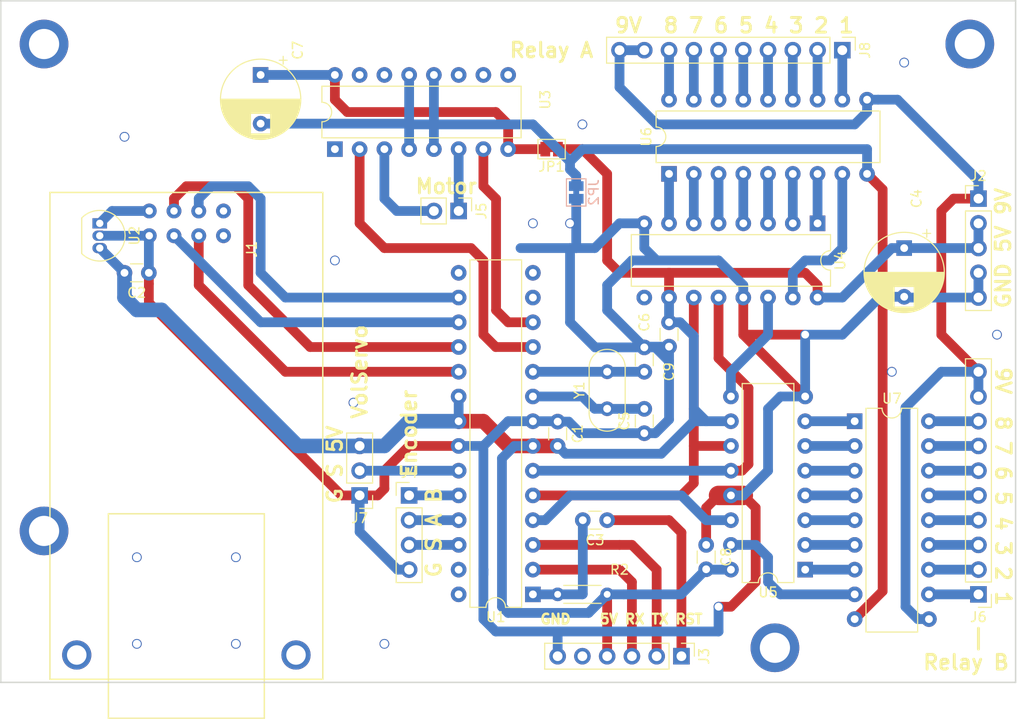
<source format=kicad_pcb>
(kicad_pcb (version 20171130) (host pcbnew 5.0.2-bee76a0~70~ubuntu16.04.1)

  (general
    (thickness 1.6)
    (drawings 16)
    (tracks 323)
    (zones 0)
    (modules 28)
    (nets 61)
  )

  (page A4)
  (layers
    (0 F.Cu signal)
    (31 B.Cu signal)
    (32 B.Adhes user)
    (33 F.Adhes user)
    (34 B.Paste user)
    (35 F.Paste user)
    (36 B.SilkS user)
    (37 F.SilkS user)
    (38 B.Mask user)
    (39 F.Mask user)
    (40 Dwgs.User user)
    (41 Cmts.User user)
    (42 Eco1.User user)
    (43 Eco2.User user)
    (44 Edge.Cuts user)
    (45 Margin user)
    (46 B.CrtYd user)
    (47 F.CrtYd user)
    (48 B.Fab user)
    (49 F.Fab user)
  )

  (setup
    (last_trace_width 1)
    (trace_clearance 0.3)
    (zone_clearance 1)
    (zone_45_only no)
    (trace_min 0.2)
    (segment_width 0.2)
    (edge_width 0.15)
    (via_size 0.8)
    (via_drill 0.4)
    (via_min_size 0.4)
    (via_min_drill 0.3)
    (uvia_size 0.3)
    (uvia_drill 0.1)
    (uvias_allowed no)
    (uvia_min_size 0.2)
    (uvia_min_drill 0.1)
    (pcb_text_width 0.3)
    (pcb_text_size 1.5 1.5)
    (mod_edge_width 0.15)
    (mod_text_size 1 1)
    (mod_text_width 0.15)
    (pad_size 1.524 1.524)
    (pad_drill 0.762)
    (pad_to_mask_clearance 0.051)
    (solder_mask_min_width 0.25)
    (aux_axis_origin 0 0)
    (visible_elements FFFFFF7F)
    (pcbplotparams
      (layerselection 0x010fc_ffffffff)
      (usegerberextensions false)
      (usegerberattributes false)
      (usegerberadvancedattributes false)
      (creategerberjobfile false)
      (excludeedgelayer true)
      (linewidth 0.100000)
      (plotframeref false)
      (viasonmask false)
      (mode 1)
      (useauxorigin false)
      (hpglpennumber 1)
      (hpglpenspeed 20)
      (hpglpendiameter 15.000000)
      (psnegative false)
      (psa4output false)
      (plotreference true)
      (plotvalue true)
      (plotinvisibletext false)
      (padsonsilk false)
      (subtractmaskfromsilk false)
      (outputformat 1)
      (mirror false)
      (drillshape 1)
      (scaleselection 1)
      (outputdirectory ""))
  )

  (net 0 "")
  (net 1 GNDD)
  (net 2 +5V)
  (net 3 RESET)
  (net 4 "Net-(C3-Pad2)")
  (net 5 "Net-(C5-Pad2)")
  (net 6 "Net-(C6-Pad2)")
  (net 7 VCC)
  (net 8 MOSI)
  (net 9 SCK)
  (net 10 SS)
  (net 11 MISO)
  (net 12 /3v3)
  (net 13 TX)
  (net 14 RX)
  (net 15 ENCODER_B)
  (net 16 ENCODER_A)
  (net 17 ENCODER_BUTTON)
  (net 18 "Net-(J5-Pad2)")
  (net 19 "Net-(J5-Pad1)")
  (net 20 +9V)
  (net 21 SERVO_SLIDER)
  (net 22 "Net-(J8-Pad1)")
  (net 23 "Net-(J8-Pad2)")
  (net 24 "Net-(J8-Pad3)")
  (net 25 "Net-(J8-Pad4)")
  (net 26 "Net-(J8-Pad5)")
  (net 27 "Net-(J8-Pad6)")
  (net 28 "Net-(J8-Pad7)")
  (net 29 "Net-(J8-Pad8)")
  (net 30 SRDATA)
  (net 31 SRCLOCK)
  (net 32 SRLATCH)
  (net 33 MOTOR_1)
  (net 34 MOTOR_2)
  (net 35 "Net-(U4-Pad1)")
  (net 36 "Net-(U4-Pad2)")
  (net 37 "Net-(U4-Pad3)")
  (net 38 "Net-(U4-Pad4)")
  (net 39 "Net-(U4-Pad5)")
  (net 40 "Net-(U4-Pad6)")
  (net 41 "Net-(U4-Pad7)")
  (net 42 "Net-(U4-Pad15)")
  (net 43 "Net-(U5-Pad15)")
  (net 44 "Net-(U5-Pad7)")
  (net 45 "Net-(U5-Pad6)")
  (net 46 "Net-(U5-Pad5)")
  (net 47 "Net-(U5-Pad4)")
  (net 48 "Net-(U5-Pad3)")
  (net 49 "Net-(U5-Pad2)")
  (net 50 "Net-(U5-Pad1)")
  (net 51 "Net-(J6-Pad8)")
  (net 52 "Net-(J6-Pad7)")
  (net 53 "Net-(J6-Pad6)")
  (net 54 "Net-(J6-Pad5)")
  (net 55 "Net-(J6-Pad4)")
  (net 56 "Net-(J6-Pad3)")
  (net 57 "Net-(J6-Pad2)")
  (net 58 "Net-(J6-Pad1)")
  (net 59 GNDPWR)
  (net 60 "Net-(U4-Pad14)")

  (net_class Default "This is the default net class."
    (clearance 0.3)
    (trace_width 1)
    (via_dia 0.8)
    (via_drill 0.4)
    (uvia_dia 0.3)
    (uvia_drill 0.1)
    (add_net +5V)
    (add_net +9V)
    (add_net /3v3)
    (add_net ENCODER_A)
    (add_net ENCODER_B)
    (add_net ENCODER_BUTTON)
    (add_net GNDD)
    (add_net GNDPWR)
    (add_net MISO)
    (add_net MOSI)
    (add_net MOTOR_1)
    (add_net MOTOR_2)
    (add_net "Net-(C3-Pad2)")
    (add_net "Net-(C5-Pad2)")
    (add_net "Net-(C6-Pad2)")
    (add_net "Net-(J5-Pad1)")
    (add_net "Net-(J5-Pad2)")
    (add_net "Net-(J6-Pad1)")
    (add_net "Net-(J6-Pad2)")
    (add_net "Net-(J6-Pad3)")
    (add_net "Net-(J6-Pad4)")
    (add_net "Net-(J6-Pad5)")
    (add_net "Net-(J6-Pad6)")
    (add_net "Net-(J6-Pad7)")
    (add_net "Net-(J6-Pad8)")
    (add_net "Net-(J8-Pad1)")
    (add_net "Net-(J8-Pad2)")
    (add_net "Net-(J8-Pad3)")
    (add_net "Net-(J8-Pad4)")
    (add_net "Net-(J8-Pad5)")
    (add_net "Net-(J8-Pad6)")
    (add_net "Net-(J8-Pad7)")
    (add_net "Net-(J8-Pad8)")
    (add_net "Net-(U4-Pad1)")
    (add_net "Net-(U4-Pad14)")
    (add_net "Net-(U4-Pad15)")
    (add_net "Net-(U4-Pad2)")
    (add_net "Net-(U4-Pad3)")
    (add_net "Net-(U4-Pad4)")
    (add_net "Net-(U4-Pad5)")
    (add_net "Net-(U4-Pad6)")
    (add_net "Net-(U4-Pad7)")
    (add_net "Net-(U5-Pad1)")
    (add_net "Net-(U5-Pad15)")
    (add_net "Net-(U5-Pad2)")
    (add_net "Net-(U5-Pad3)")
    (add_net "Net-(U5-Pad4)")
    (add_net "Net-(U5-Pad5)")
    (add_net "Net-(U5-Pad6)")
    (add_net "Net-(U5-Pad7)")
    (add_net RESET)
    (add_net RX)
    (add_net SCK)
    (add_net SERVO_SLIDER)
    (add_net SRCLOCK)
    (add_net SRDATA)
    (add_net SRLATCH)
    (add_net SS)
    (add_net TX)
    (add_net VCC)
  )

  (module Capacitor_THT:C_Disc_D3.0mm_W1.6mm_P2.50mm (layer F.Cu) (tedit 5AE50EF0) (tstamp 5CD1AC21)
    (at 69.85 55.92 270)
    (descr "C, Disc series, Radial, pin pitch=2.50mm, , diameter*width=3.0*1.6mm^2, Capacitor, http://www.vishay.com/docs/45233/krseries.pdf")
    (tags "C Disc series Radial pin pitch 2.50mm  diameter 3.0mm width 1.6mm Capacitor")
    (path /5CD25D56)
    (fp_text reference C1 (at 1.25 -2.05 270) (layer F.SilkS)
      (effects (font (size 1 1) (thickness 0.15)))
    )
    (fp_text value 100nF (at 1.25 2.05 270) (layer F.Fab)
      (effects (font (size 1 1) (thickness 0.15)))
    )
    (fp_line (start -0.25 -0.8) (end -0.25 0.8) (layer F.Fab) (width 0.1))
    (fp_line (start -0.25 0.8) (end 2.75 0.8) (layer F.Fab) (width 0.1))
    (fp_line (start 2.75 0.8) (end 2.75 -0.8) (layer F.Fab) (width 0.1))
    (fp_line (start 2.75 -0.8) (end -0.25 -0.8) (layer F.Fab) (width 0.1))
    (fp_line (start 0.621 -0.92) (end 1.879 -0.92) (layer F.SilkS) (width 0.12))
    (fp_line (start 0.621 0.92) (end 1.879 0.92) (layer F.SilkS) (width 0.12))
    (fp_line (start -1.05 -1.05) (end -1.05 1.05) (layer F.CrtYd) (width 0.05))
    (fp_line (start -1.05 1.05) (end 3.55 1.05) (layer F.CrtYd) (width 0.05))
    (fp_line (start 3.55 1.05) (end 3.55 -1.05) (layer F.CrtYd) (width 0.05))
    (fp_line (start 3.55 -1.05) (end -1.05 -1.05) (layer F.CrtYd) (width 0.05))
    (fp_text user %R (at 1.25 0 270) (layer F.Fab)
      (effects (font (size 0.6 0.6) (thickness 0.09)))
    )
    (pad 1 thru_hole circle (at 0 0 270) (size 1.6 1.6) (drill 0.8) (layers *.Cu *.Mask)
      (net 1 GNDD))
    (pad 2 thru_hole circle (at 2.5 0 270) (size 1.6 1.6) (drill 0.8) (layers *.Cu *.Mask)
      (net 2 +5V))
    (model ${KISYS3DMOD}/Capacitor_THT.3dshapes/C_Disc_D3.0mm_W1.6mm_P2.50mm.wrl
      (at (xyz 0 0 0))
      (scale (xyz 1 1 1))
      (rotate (xyz 0 0 0))
    )
  )

  (module Capacitor_THT:C_Disc_D3.0mm_W1.6mm_P2.50mm (layer F.Cu) (tedit 5AE50EF0) (tstamp 5CE3F180)
    (at 27.9 40.64 180)
    (descr "C, Disc series, Radial, pin pitch=2.50mm, , diameter*width=3.0*1.6mm^2, Capacitor, http://www.vishay.com/docs/45233/krseries.pdf")
    (tags "C Disc series Radial pin pitch 2.50mm  diameter 3.0mm width 1.6mm Capacitor")
    (path /5CD91735)
    (fp_text reference C2 (at 1.25 -2.05 180) (layer F.SilkS)
      (effects (font (size 1 1) (thickness 0.15)))
    )
    (fp_text value 100nF (at 1.25 2.05 180) (layer F.Fab)
      (effects (font (size 1 1) (thickness 0.15)))
    )
    (fp_text user %R (at 1.25 0 180) (layer F.Fab)
      (effects (font (size 0.6 0.6) (thickness 0.09)))
    )
    (fp_line (start 3.55 -1.05) (end -1.05 -1.05) (layer F.CrtYd) (width 0.05))
    (fp_line (start 3.55 1.05) (end 3.55 -1.05) (layer F.CrtYd) (width 0.05))
    (fp_line (start -1.05 1.05) (end 3.55 1.05) (layer F.CrtYd) (width 0.05))
    (fp_line (start -1.05 -1.05) (end -1.05 1.05) (layer F.CrtYd) (width 0.05))
    (fp_line (start 0.621 0.92) (end 1.879 0.92) (layer F.SilkS) (width 0.12))
    (fp_line (start 0.621 -0.92) (end 1.879 -0.92) (layer F.SilkS) (width 0.12))
    (fp_line (start 2.75 -0.8) (end -0.25 -0.8) (layer F.Fab) (width 0.1))
    (fp_line (start 2.75 0.8) (end 2.75 -0.8) (layer F.Fab) (width 0.1))
    (fp_line (start -0.25 0.8) (end 2.75 0.8) (layer F.Fab) (width 0.1))
    (fp_line (start -0.25 -0.8) (end -0.25 0.8) (layer F.Fab) (width 0.1))
    (pad 2 thru_hole circle (at 2.5 0 180) (size 1.6 1.6) (drill 0.8) (layers *.Cu *.Mask)
      (net 2 +5V))
    (pad 1 thru_hole circle (at 0 0 180) (size 1.6 1.6) (drill 0.8) (layers *.Cu *.Mask)
      (net 1 GNDD))
    (model ${KISYS3DMOD}/Capacitor_THT.3dshapes/C_Disc_D3.0mm_W1.6mm_P2.50mm.wrl
      (at (xyz 0 0 0))
      (scale (xyz 1 1 1))
      (rotate (xyz 0 0 0))
    )
  )

  (module Capacitor_THT:C_Disc_D3.0mm_W1.6mm_P2.50mm (layer F.Cu) (tedit 5AE50EF0) (tstamp 5CD1DAF4)
    (at 74.93 66.04 180)
    (descr "C, Disc series, Radial, pin pitch=2.50mm, , diameter*width=3.0*1.6mm^2, Capacitor, http://www.vishay.com/docs/45233/krseries.pdf")
    (tags "C Disc series Radial pin pitch 2.50mm  diameter 3.0mm width 1.6mm Capacitor")
    (path /5CD3F935)
    (fp_text reference C3 (at 1.25 -2.05 180) (layer F.SilkS)
      (effects (font (size 1 1) (thickness 0.15)))
    )
    (fp_text value 100nF (at 1.25 2.05 180) (layer F.Fab)
      (effects (font (size 1 1) (thickness 0.15)))
    )
    (fp_line (start -0.25 -0.8) (end -0.25 0.8) (layer F.Fab) (width 0.1))
    (fp_line (start -0.25 0.8) (end 2.75 0.8) (layer F.Fab) (width 0.1))
    (fp_line (start 2.75 0.8) (end 2.75 -0.8) (layer F.Fab) (width 0.1))
    (fp_line (start 2.75 -0.8) (end -0.25 -0.8) (layer F.Fab) (width 0.1))
    (fp_line (start 0.621 -0.92) (end 1.879 -0.92) (layer F.SilkS) (width 0.12))
    (fp_line (start 0.621 0.92) (end 1.879 0.92) (layer F.SilkS) (width 0.12))
    (fp_line (start -1.05 -1.05) (end -1.05 1.05) (layer F.CrtYd) (width 0.05))
    (fp_line (start -1.05 1.05) (end 3.55 1.05) (layer F.CrtYd) (width 0.05))
    (fp_line (start 3.55 1.05) (end 3.55 -1.05) (layer F.CrtYd) (width 0.05))
    (fp_line (start 3.55 -1.05) (end -1.05 -1.05) (layer F.CrtYd) (width 0.05))
    (fp_text user %R (at 1.25 0 180) (layer F.Fab)
      (effects (font (size 0.6 0.6) (thickness 0.09)))
    )
    (pad 1 thru_hole circle (at 0 0 180) (size 1.6 1.6) (drill 0.8) (layers *.Cu *.Mask)
      (net 3 RESET))
    (pad 2 thru_hole circle (at 2.5 0 180) (size 1.6 1.6) (drill 0.8) (layers *.Cu *.Mask)
      (net 4 "Net-(C3-Pad2)"))
    (model ${KISYS3DMOD}/Capacitor_THT.3dshapes/C_Disc_D3.0mm_W1.6mm_P2.50mm.wrl
      (at (xyz 0 0 0))
      (scale (xyz 1 1 1))
      (rotate (xyz 0 0 0))
    )
  )

  (module Capacitor_THT:CP_Radial_D8.0mm_P5.00mm (layer F.Cu) (tedit 5AE50EF0) (tstamp 5CE40C28)
    (at 105.41 38.1 270)
    (descr "CP, Radial series, Radial, pin pitch=5.00mm, , diameter=8mm, Electrolytic Capacitor")
    (tags "CP Radial series Radial pin pitch 5.00mm  diameter 8mm Electrolytic Capacitor")
    (path /5CD3C177)
    (fp_text reference C4 (at -5.08 -1.27 270) (layer F.SilkS)
      (effects (font (size 1 1) (thickness 0.15)))
    )
    (fp_text value 100uF (at 2.5 5.25 270) (layer F.Fab)
      (effects (font (size 1 1) (thickness 0.15)))
    )
    (fp_circle (center 2.5 0) (end 6.5 0) (layer F.Fab) (width 0.1))
    (fp_circle (center 2.5 0) (end 6.62 0) (layer F.SilkS) (width 0.12))
    (fp_circle (center 2.5 0) (end 6.75 0) (layer F.CrtYd) (width 0.05))
    (fp_line (start -0.926759 -1.7475) (end -0.126759 -1.7475) (layer F.Fab) (width 0.1))
    (fp_line (start -0.526759 -2.1475) (end -0.526759 -1.3475) (layer F.Fab) (width 0.1))
    (fp_line (start 2.5 -4.08) (end 2.5 4.08) (layer F.SilkS) (width 0.12))
    (fp_line (start 2.54 -4.08) (end 2.54 4.08) (layer F.SilkS) (width 0.12))
    (fp_line (start 2.58 -4.08) (end 2.58 4.08) (layer F.SilkS) (width 0.12))
    (fp_line (start 2.62 -4.079) (end 2.62 4.079) (layer F.SilkS) (width 0.12))
    (fp_line (start 2.66 -4.077) (end 2.66 4.077) (layer F.SilkS) (width 0.12))
    (fp_line (start 2.7 -4.076) (end 2.7 4.076) (layer F.SilkS) (width 0.12))
    (fp_line (start 2.74 -4.074) (end 2.74 4.074) (layer F.SilkS) (width 0.12))
    (fp_line (start 2.78 -4.071) (end 2.78 4.071) (layer F.SilkS) (width 0.12))
    (fp_line (start 2.82 -4.068) (end 2.82 4.068) (layer F.SilkS) (width 0.12))
    (fp_line (start 2.86 -4.065) (end 2.86 4.065) (layer F.SilkS) (width 0.12))
    (fp_line (start 2.9 -4.061) (end 2.9 4.061) (layer F.SilkS) (width 0.12))
    (fp_line (start 2.94 -4.057) (end 2.94 4.057) (layer F.SilkS) (width 0.12))
    (fp_line (start 2.98 -4.052) (end 2.98 4.052) (layer F.SilkS) (width 0.12))
    (fp_line (start 3.02 -4.048) (end 3.02 4.048) (layer F.SilkS) (width 0.12))
    (fp_line (start 3.06 -4.042) (end 3.06 4.042) (layer F.SilkS) (width 0.12))
    (fp_line (start 3.1 -4.037) (end 3.1 4.037) (layer F.SilkS) (width 0.12))
    (fp_line (start 3.14 -4.03) (end 3.14 4.03) (layer F.SilkS) (width 0.12))
    (fp_line (start 3.18 -4.024) (end 3.18 4.024) (layer F.SilkS) (width 0.12))
    (fp_line (start 3.221 -4.017) (end 3.221 4.017) (layer F.SilkS) (width 0.12))
    (fp_line (start 3.261 -4.01) (end 3.261 4.01) (layer F.SilkS) (width 0.12))
    (fp_line (start 3.301 -4.002) (end 3.301 4.002) (layer F.SilkS) (width 0.12))
    (fp_line (start 3.341 -3.994) (end 3.341 3.994) (layer F.SilkS) (width 0.12))
    (fp_line (start 3.381 -3.985) (end 3.381 3.985) (layer F.SilkS) (width 0.12))
    (fp_line (start 3.421 -3.976) (end 3.421 3.976) (layer F.SilkS) (width 0.12))
    (fp_line (start 3.461 -3.967) (end 3.461 3.967) (layer F.SilkS) (width 0.12))
    (fp_line (start 3.501 -3.957) (end 3.501 3.957) (layer F.SilkS) (width 0.12))
    (fp_line (start 3.541 -3.947) (end 3.541 3.947) (layer F.SilkS) (width 0.12))
    (fp_line (start 3.581 -3.936) (end 3.581 3.936) (layer F.SilkS) (width 0.12))
    (fp_line (start 3.621 -3.925) (end 3.621 3.925) (layer F.SilkS) (width 0.12))
    (fp_line (start 3.661 -3.914) (end 3.661 3.914) (layer F.SilkS) (width 0.12))
    (fp_line (start 3.701 -3.902) (end 3.701 3.902) (layer F.SilkS) (width 0.12))
    (fp_line (start 3.741 -3.889) (end 3.741 3.889) (layer F.SilkS) (width 0.12))
    (fp_line (start 3.781 -3.877) (end 3.781 3.877) (layer F.SilkS) (width 0.12))
    (fp_line (start 3.821 -3.863) (end 3.821 3.863) (layer F.SilkS) (width 0.12))
    (fp_line (start 3.861 -3.85) (end 3.861 3.85) (layer F.SilkS) (width 0.12))
    (fp_line (start 3.901 -3.835) (end 3.901 3.835) (layer F.SilkS) (width 0.12))
    (fp_line (start 3.941 -3.821) (end 3.941 3.821) (layer F.SilkS) (width 0.12))
    (fp_line (start 3.981 -3.805) (end 3.981 -1.04) (layer F.SilkS) (width 0.12))
    (fp_line (start 3.981 1.04) (end 3.981 3.805) (layer F.SilkS) (width 0.12))
    (fp_line (start 4.021 -3.79) (end 4.021 -1.04) (layer F.SilkS) (width 0.12))
    (fp_line (start 4.021 1.04) (end 4.021 3.79) (layer F.SilkS) (width 0.12))
    (fp_line (start 4.061 -3.774) (end 4.061 -1.04) (layer F.SilkS) (width 0.12))
    (fp_line (start 4.061 1.04) (end 4.061 3.774) (layer F.SilkS) (width 0.12))
    (fp_line (start 4.101 -3.757) (end 4.101 -1.04) (layer F.SilkS) (width 0.12))
    (fp_line (start 4.101 1.04) (end 4.101 3.757) (layer F.SilkS) (width 0.12))
    (fp_line (start 4.141 -3.74) (end 4.141 -1.04) (layer F.SilkS) (width 0.12))
    (fp_line (start 4.141 1.04) (end 4.141 3.74) (layer F.SilkS) (width 0.12))
    (fp_line (start 4.181 -3.722) (end 4.181 -1.04) (layer F.SilkS) (width 0.12))
    (fp_line (start 4.181 1.04) (end 4.181 3.722) (layer F.SilkS) (width 0.12))
    (fp_line (start 4.221 -3.704) (end 4.221 -1.04) (layer F.SilkS) (width 0.12))
    (fp_line (start 4.221 1.04) (end 4.221 3.704) (layer F.SilkS) (width 0.12))
    (fp_line (start 4.261 -3.686) (end 4.261 -1.04) (layer F.SilkS) (width 0.12))
    (fp_line (start 4.261 1.04) (end 4.261 3.686) (layer F.SilkS) (width 0.12))
    (fp_line (start 4.301 -3.666) (end 4.301 -1.04) (layer F.SilkS) (width 0.12))
    (fp_line (start 4.301 1.04) (end 4.301 3.666) (layer F.SilkS) (width 0.12))
    (fp_line (start 4.341 -3.647) (end 4.341 -1.04) (layer F.SilkS) (width 0.12))
    (fp_line (start 4.341 1.04) (end 4.341 3.647) (layer F.SilkS) (width 0.12))
    (fp_line (start 4.381 -3.627) (end 4.381 -1.04) (layer F.SilkS) (width 0.12))
    (fp_line (start 4.381 1.04) (end 4.381 3.627) (layer F.SilkS) (width 0.12))
    (fp_line (start 4.421 -3.606) (end 4.421 -1.04) (layer F.SilkS) (width 0.12))
    (fp_line (start 4.421 1.04) (end 4.421 3.606) (layer F.SilkS) (width 0.12))
    (fp_line (start 4.461 -3.584) (end 4.461 -1.04) (layer F.SilkS) (width 0.12))
    (fp_line (start 4.461 1.04) (end 4.461 3.584) (layer F.SilkS) (width 0.12))
    (fp_line (start 4.501 -3.562) (end 4.501 -1.04) (layer F.SilkS) (width 0.12))
    (fp_line (start 4.501 1.04) (end 4.501 3.562) (layer F.SilkS) (width 0.12))
    (fp_line (start 4.541 -3.54) (end 4.541 -1.04) (layer F.SilkS) (width 0.12))
    (fp_line (start 4.541 1.04) (end 4.541 3.54) (layer F.SilkS) (width 0.12))
    (fp_line (start 4.581 -3.517) (end 4.581 -1.04) (layer F.SilkS) (width 0.12))
    (fp_line (start 4.581 1.04) (end 4.581 3.517) (layer F.SilkS) (width 0.12))
    (fp_line (start 4.621 -3.493) (end 4.621 -1.04) (layer F.SilkS) (width 0.12))
    (fp_line (start 4.621 1.04) (end 4.621 3.493) (layer F.SilkS) (width 0.12))
    (fp_line (start 4.661 -3.469) (end 4.661 -1.04) (layer F.SilkS) (width 0.12))
    (fp_line (start 4.661 1.04) (end 4.661 3.469) (layer F.SilkS) (width 0.12))
    (fp_line (start 4.701 -3.444) (end 4.701 -1.04) (layer F.SilkS) (width 0.12))
    (fp_line (start 4.701 1.04) (end 4.701 3.444) (layer F.SilkS) (width 0.12))
    (fp_line (start 4.741 -3.418) (end 4.741 -1.04) (layer F.SilkS) (width 0.12))
    (fp_line (start 4.741 1.04) (end 4.741 3.418) (layer F.SilkS) (width 0.12))
    (fp_line (start 4.781 -3.392) (end 4.781 -1.04) (layer F.SilkS) (width 0.12))
    (fp_line (start 4.781 1.04) (end 4.781 3.392) (layer F.SilkS) (width 0.12))
    (fp_line (start 4.821 -3.365) (end 4.821 -1.04) (layer F.SilkS) (width 0.12))
    (fp_line (start 4.821 1.04) (end 4.821 3.365) (layer F.SilkS) (width 0.12))
    (fp_line (start 4.861 -3.338) (end 4.861 -1.04) (layer F.SilkS) (width 0.12))
    (fp_line (start 4.861 1.04) (end 4.861 3.338) (layer F.SilkS) (width 0.12))
    (fp_line (start 4.901 -3.309) (end 4.901 -1.04) (layer F.SilkS) (width 0.12))
    (fp_line (start 4.901 1.04) (end 4.901 3.309) (layer F.SilkS) (width 0.12))
    (fp_line (start 4.941 -3.28) (end 4.941 -1.04) (layer F.SilkS) (width 0.12))
    (fp_line (start 4.941 1.04) (end 4.941 3.28) (layer F.SilkS) (width 0.12))
    (fp_line (start 4.981 -3.25) (end 4.981 -1.04) (layer F.SilkS) (width 0.12))
    (fp_line (start 4.981 1.04) (end 4.981 3.25) (layer F.SilkS) (width 0.12))
    (fp_line (start 5.021 -3.22) (end 5.021 -1.04) (layer F.SilkS) (width 0.12))
    (fp_line (start 5.021 1.04) (end 5.021 3.22) (layer F.SilkS) (width 0.12))
    (fp_line (start 5.061 -3.189) (end 5.061 -1.04) (layer F.SilkS) (width 0.12))
    (fp_line (start 5.061 1.04) (end 5.061 3.189) (layer F.SilkS) (width 0.12))
    (fp_line (start 5.101 -3.156) (end 5.101 -1.04) (layer F.SilkS) (width 0.12))
    (fp_line (start 5.101 1.04) (end 5.101 3.156) (layer F.SilkS) (width 0.12))
    (fp_line (start 5.141 -3.124) (end 5.141 -1.04) (layer F.SilkS) (width 0.12))
    (fp_line (start 5.141 1.04) (end 5.141 3.124) (layer F.SilkS) (width 0.12))
    (fp_line (start 5.181 -3.09) (end 5.181 -1.04) (layer F.SilkS) (width 0.12))
    (fp_line (start 5.181 1.04) (end 5.181 3.09) (layer F.SilkS) (width 0.12))
    (fp_line (start 5.221 -3.055) (end 5.221 -1.04) (layer F.SilkS) (width 0.12))
    (fp_line (start 5.221 1.04) (end 5.221 3.055) (layer F.SilkS) (width 0.12))
    (fp_line (start 5.261 -3.019) (end 5.261 -1.04) (layer F.SilkS) (width 0.12))
    (fp_line (start 5.261 1.04) (end 5.261 3.019) (layer F.SilkS) (width 0.12))
    (fp_line (start 5.301 -2.983) (end 5.301 -1.04) (layer F.SilkS) (width 0.12))
    (fp_line (start 5.301 1.04) (end 5.301 2.983) (layer F.SilkS) (width 0.12))
    (fp_line (start 5.341 -2.945) (end 5.341 -1.04) (layer F.SilkS) (width 0.12))
    (fp_line (start 5.341 1.04) (end 5.341 2.945) (layer F.SilkS) (width 0.12))
    (fp_line (start 5.381 -2.907) (end 5.381 -1.04) (layer F.SilkS) (width 0.12))
    (fp_line (start 5.381 1.04) (end 5.381 2.907) (layer F.SilkS) (width 0.12))
    (fp_line (start 5.421 -2.867) (end 5.421 -1.04) (layer F.SilkS) (width 0.12))
    (fp_line (start 5.421 1.04) (end 5.421 2.867) (layer F.SilkS) (width 0.12))
    (fp_line (start 5.461 -2.826) (end 5.461 -1.04) (layer F.SilkS) (width 0.12))
    (fp_line (start 5.461 1.04) (end 5.461 2.826) (layer F.SilkS) (width 0.12))
    (fp_line (start 5.501 -2.784) (end 5.501 -1.04) (layer F.SilkS) (width 0.12))
    (fp_line (start 5.501 1.04) (end 5.501 2.784) (layer F.SilkS) (width 0.12))
    (fp_line (start 5.541 -2.741) (end 5.541 -1.04) (layer F.SilkS) (width 0.12))
    (fp_line (start 5.541 1.04) (end 5.541 2.741) (layer F.SilkS) (width 0.12))
    (fp_line (start 5.581 -2.697) (end 5.581 -1.04) (layer F.SilkS) (width 0.12))
    (fp_line (start 5.581 1.04) (end 5.581 2.697) (layer F.SilkS) (width 0.12))
    (fp_line (start 5.621 -2.651) (end 5.621 -1.04) (layer F.SilkS) (width 0.12))
    (fp_line (start 5.621 1.04) (end 5.621 2.651) (layer F.SilkS) (width 0.12))
    (fp_line (start 5.661 -2.604) (end 5.661 -1.04) (layer F.SilkS) (width 0.12))
    (fp_line (start 5.661 1.04) (end 5.661 2.604) (layer F.SilkS) (width 0.12))
    (fp_line (start 5.701 -2.556) (end 5.701 -1.04) (layer F.SilkS) (width 0.12))
    (fp_line (start 5.701 1.04) (end 5.701 2.556) (layer F.SilkS) (width 0.12))
    (fp_line (start 5.741 -2.505) (end 5.741 -1.04) (layer F.SilkS) (width 0.12))
    (fp_line (start 5.741 1.04) (end 5.741 2.505) (layer F.SilkS) (width 0.12))
    (fp_line (start 5.781 -2.454) (end 5.781 -1.04) (layer F.SilkS) (width 0.12))
    (fp_line (start 5.781 1.04) (end 5.781 2.454) (layer F.SilkS) (width 0.12))
    (fp_line (start 5.821 -2.4) (end 5.821 -1.04) (layer F.SilkS) (width 0.12))
    (fp_line (start 5.821 1.04) (end 5.821 2.4) (layer F.SilkS) (width 0.12))
    (fp_line (start 5.861 -2.345) (end 5.861 -1.04) (layer F.SilkS) (width 0.12))
    (fp_line (start 5.861 1.04) (end 5.861 2.345) (layer F.SilkS) (width 0.12))
    (fp_line (start 5.901 -2.287) (end 5.901 -1.04) (layer F.SilkS) (width 0.12))
    (fp_line (start 5.901 1.04) (end 5.901 2.287) (layer F.SilkS) (width 0.12))
    (fp_line (start 5.941 -2.228) (end 5.941 -1.04) (layer F.SilkS) (width 0.12))
    (fp_line (start 5.941 1.04) (end 5.941 2.228) (layer F.SilkS) (width 0.12))
    (fp_line (start 5.981 -2.166) (end 5.981 -1.04) (layer F.SilkS) (width 0.12))
    (fp_line (start 5.981 1.04) (end 5.981 2.166) (layer F.SilkS) (width 0.12))
    (fp_line (start 6.021 -2.102) (end 6.021 -1.04) (layer F.SilkS) (width 0.12))
    (fp_line (start 6.021 1.04) (end 6.021 2.102) (layer F.SilkS) (width 0.12))
    (fp_line (start 6.061 -2.034) (end 6.061 2.034) (layer F.SilkS) (width 0.12))
    (fp_line (start 6.101 -1.964) (end 6.101 1.964) (layer F.SilkS) (width 0.12))
    (fp_line (start 6.141 -1.89) (end 6.141 1.89) (layer F.SilkS) (width 0.12))
    (fp_line (start 6.181 -1.813) (end 6.181 1.813) (layer F.SilkS) (width 0.12))
    (fp_line (start 6.221 -1.731) (end 6.221 1.731) (layer F.SilkS) (width 0.12))
    (fp_line (start 6.261 -1.645) (end 6.261 1.645) (layer F.SilkS) (width 0.12))
    (fp_line (start 6.301 -1.552) (end 6.301 1.552) (layer F.SilkS) (width 0.12))
    (fp_line (start 6.341 -1.453) (end 6.341 1.453) (layer F.SilkS) (width 0.12))
    (fp_line (start 6.381 -1.346) (end 6.381 1.346) (layer F.SilkS) (width 0.12))
    (fp_line (start 6.421 -1.229) (end 6.421 1.229) (layer F.SilkS) (width 0.12))
    (fp_line (start 6.461 -1.098) (end 6.461 1.098) (layer F.SilkS) (width 0.12))
    (fp_line (start 6.501 -0.948) (end 6.501 0.948) (layer F.SilkS) (width 0.12))
    (fp_line (start 6.541 -0.768) (end 6.541 0.768) (layer F.SilkS) (width 0.12))
    (fp_line (start 6.581 -0.533) (end 6.581 0.533) (layer F.SilkS) (width 0.12))
    (fp_line (start -1.909698 -2.315) (end -1.109698 -2.315) (layer F.SilkS) (width 0.12))
    (fp_line (start -1.509698 -2.715) (end -1.509698 -1.915) (layer F.SilkS) (width 0.12))
    (fp_text user %R (at 2.5 0 270) (layer F.Fab)
      (effects (font (size 1 1) (thickness 0.15)))
    )
    (pad 1 thru_hole rect (at 0 0 270) (size 1.6 1.6) (drill 0.8) (layers *.Cu *.Mask)
      (net 2 +5V))
    (pad 2 thru_hole circle (at 5 0 270) (size 1.6 1.6) (drill 0.8) (layers *.Cu *.Mask)
      (net 1 GNDD))
    (model ${KISYS3DMOD}/Capacitor_THT.3dshapes/CP_Radial_D8.0mm_P5.00mm.wrl
      (at (xyz 0 0 0))
      (scale (xyz 1 1 1))
      (rotate (xyz 0 0 0))
    )
  )

  (module Capacitor_THT:C_Disc_D3.0mm_W1.6mm_P2.50mm (layer F.Cu) (tedit 5AE50EF0) (tstamp 5CD1DE2A)
    (at 78.74 57.11 90)
    (descr "C, Disc series, Radial, pin pitch=2.50mm, , diameter*width=3.0*1.6mm^2, Capacitor, http://www.vishay.com/docs/45233/krseries.pdf")
    (tags "C Disc series Radial pin pitch 2.50mm  diameter 3.0mm width 1.6mm Capacitor")
    (path /5CD16AB1)
    (fp_text reference C5 (at 1.25 -2.05 90) (layer F.SilkS)
      (effects (font (size 1 1) (thickness 0.15)))
    )
    (fp_text value 22p (at 1.25 2.05 90) (layer F.Fab)
      (effects (font (size 1 1) (thickness 0.15)))
    )
    (fp_line (start -0.25 -0.8) (end -0.25 0.8) (layer F.Fab) (width 0.1))
    (fp_line (start -0.25 0.8) (end 2.75 0.8) (layer F.Fab) (width 0.1))
    (fp_line (start 2.75 0.8) (end 2.75 -0.8) (layer F.Fab) (width 0.1))
    (fp_line (start 2.75 -0.8) (end -0.25 -0.8) (layer F.Fab) (width 0.1))
    (fp_line (start 0.621 -0.92) (end 1.879 -0.92) (layer F.SilkS) (width 0.12))
    (fp_line (start 0.621 0.92) (end 1.879 0.92) (layer F.SilkS) (width 0.12))
    (fp_line (start -1.05 -1.05) (end -1.05 1.05) (layer F.CrtYd) (width 0.05))
    (fp_line (start -1.05 1.05) (end 3.55 1.05) (layer F.CrtYd) (width 0.05))
    (fp_line (start 3.55 1.05) (end 3.55 -1.05) (layer F.CrtYd) (width 0.05))
    (fp_line (start 3.55 -1.05) (end -1.05 -1.05) (layer F.CrtYd) (width 0.05))
    (fp_text user %R (at 1.25 0 90) (layer F.Fab)
      (effects (font (size 0.6 0.6) (thickness 0.09)))
    )
    (pad 1 thru_hole circle (at 0 0 90) (size 1.6 1.6) (drill 0.8) (layers *.Cu *.Mask)
      (net 1 GNDD))
    (pad 2 thru_hole circle (at 2.5 0 90) (size 1.6 1.6) (drill 0.8) (layers *.Cu *.Mask)
      (net 5 "Net-(C5-Pad2)"))
    (model ${KISYS3DMOD}/Capacitor_THT.3dshapes/C_Disc_D3.0mm_W1.6mm_P2.50mm.wrl
      (at (xyz 0 0 0))
      (scale (xyz 1 1 1))
      (rotate (xyz 0 0 0))
    )
  )

  (module Capacitor_THT:C_Disc_D3.0mm_W1.6mm_P2.50mm (layer F.Cu) (tedit 5AE50EF0) (tstamp 5CD1AD0E)
    (at 78.74 48.3 270)
    (descr "C, Disc series, Radial, pin pitch=2.50mm, , diameter*width=3.0*1.6mm^2, Capacitor, http://www.vishay.com/docs/45233/krseries.pdf")
    (tags "C Disc series Radial pin pitch 2.50mm  diameter 3.0mm width 1.6mm Capacitor")
    (path /5CD16B2E)
    (fp_text reference C6 (at -2.58 0 270) (layer F.SilkS)
      (effects (font (size 1 1) (thickness 0.15)))
    )
    (fp_text value 22p (at 1.25 2.05 270) (layer F.Fab)
      (effects (font (size 1 1) (thickness 0.15)))
    )
    (fp_text user %R (at 1.25 0 270) (layer F.Fab)
      (effects (font (size 0.6 0.6) (thickness 0.09)))
    )
    (fp_line (start 3.55 -1.05) (end -1.05 -1.05) (layer F.CrtYd) (width 0.05))
    (fp_line (start 3.55 1.05) (end 3.55 -1.05) (layer F.CrtYd) (width 0.05))
    (fp_line (start -1.05 1.05) (end 3.55 1.05) (layer F.CrtYd) (width 0.05))
    (fp_line (start -1.05 -1.05) (end -1.05 1.05) (layer F.CrtYd) (width 0.05))
    (fp_line (start 0.621 0.92) (end 1.879 0.92) (layer F.SilkS) (width 0.12))
    (fp_line (start 0.621 -0.92) (end 1.879 -0.92) (layer F.SilkS) (width 0.12))
    (fp_line (start 2.75 -0.8) (end -0.25 -0.8) (layer F.Fab) (width 0.1))
    (fp_line (start 2.75 0.8) (end 2.75 -0.8) (layer F.Fab) (width 0.1))
    (fp_line (start -0.25 0.8) (end 2.75 0.8) (layer F.Fab) (width 0.1))
    (fp_line (start -0.25 -0.8) (end -0.25 0.8) (layer F.Fab) (width 0.1))
    (pad 2 thru_hole circle (at 2.5 0 270) (size 1.6 1.6) (drill 0.8) (layers *.Cu *.Mask)
      (net 6 "Net-(C6-Pad2)"))
    (pad 1 thru_hole circle (at 0 0 270) (size 1.6 1.6) (drill 0.8) (layers *.Cu *.Mask)
      (net 1 GNDD))
    (model ${KISYS3DMOD}/Capacitor_THT.3dshapes/C_Disc_D3.0mm_W1.6mm_P2.50mm.wrl
      (at (xyz 0 0 0))
      (scale (xyz 1 1 1))
      (rotate (xyz 0 0 0))
    )
  )

  (module Capacitor_THT:CP_Radial_D8.0mm_P5.00mm (layer F.Cu) (tedit 5AE50EF0) (tstamp 5CD1A962)
    (at 39.37 20.32 270)
    (descr "CP, Radial series, Radial, pin pitch=5.00mm, , diameter=8mm, Electrolytic Capacitor")
    (tags "CP Radial series Radial pin pitch 5.00mm  diameter 8mm Electrolytic Capacitor")
    (path /5CDA1999)
    (fp_text reference C7 (at -2.54 -3.81 270) (layer F.SilkS)
      (effects (font (size 1 1) (thickness 0.15)))
    )
    (fp_text value 470uF (at 2.5 5.25 270) (layer F.Fab)
      (effects (font (size 1 1) (thickness 0.15)))
    )
    (fp_text user %R (at 2.5 0 270) (layer F.Fab)
      (effects (font (size 1 1) (thickness 0.15)))
    )
    (fp_line (start -1.509698 -2.715) (end -1.509698 -1.915) (layer F.SilkS) (width 0.12))
    (fp_line (start -1.909698 -2.315) (end -1.109698 -2.315) (layer F.SilkS) (width 0.12))
    (fp_line (start 6.581 -0.533) (end 6.581 0.533) (layer F.SilkS) (width 0.12))
    (fp_line (start 6.541 -0.768) (end 6.541 0.768) (layer F.SilkS) (width 0.12))
    (fp_line (start 6.501 -0.948) (end 6.501 0.948) (layer F.SilkS) (width 0.12))
    (fp_line (start 6.461 -1.098) (end 6.461 1.098) (layer F.SilkS) (width 0.12))
    (fp_line (start 6.421 -1.229) (end 6.421 1.229) (layer F.SilkS) (width 0.12))
    (fp_line (start 6.381 -1.346) (end 6.381 1.346) (layer F.SilkS) (width 0.12))
    (fp_line (start 6.341 -1.453) (end 6.341 1.453) (layer F.SilkS) (width 0.12))
    (fp_line (start 6.301 -1.552) (end 6.301 1.552) (layer F.SilkS) (width 0.12))
    (fp_line (start 6.261 -1.645) (end 6.261 1.645) (layer F.SilkS) (width 0.12))
    (fp_line (start 6.221 -1.731) (end 6.221 1.731) (layer F.SilkS) (width 0.12))
    (fp_line (start 6.181 -1.813) (end 6.181 1.813) (layer F.SilkS) (width 0.12))
    (fp_line (start 6.141 -1.89) (end 6.141 1.89) (layer F.SilkS) (width 0.12))
    (fp_line (start 6.101 -1.964) (end 6.101 1.964) (layer F.SilkS) (width 0.12))
    (fp_line (start 6.061 -2.034) (end 6.061 2.034) (layer F.SilkS) (width 0.12))
    (fp_line (start 6.021 1.04) (end 6.021 2.102) (layer F.SilkS) (width 0.12))
    (fp_line (start 6.021 -2.102) (end 6.021 -1.04) (layer F.SilkS) (width 0.12))
    (fp_line (start 5.981 1.04) (end 5.981 2.166) (layer F.SilkS) (width 0.12))
    (fp_line (start 5.981 -2.166) (end 5.981 -1.04) (layer F.SilkS) (width 0.12))
    (fp_line (start 5.941 1.04) (end 5.941 2.228) (layer F.SilkS) (width 0.12))
    (fp_line (start 5.941 -2.228) (end 5.941 -1.04) (layer F.SilkS) (width 0.12))
    (fp_line (start 5.901 1.04) (end 5.901 2.287) (layer F.SilkS) (width 0.12))
    (fp_line (start 5.901 -2.287) (end 5.901 -1.04) (layer F.SilkS) (width 0.12))
    (fp_line (start 5.861 1.04) (end 5.861 2.345) (layer F.SilkS) (width 0.12))
    (fp_line (start 5.861 -2.345) (end 5.861 -1.04) (layer F.SilkS) (width 0.12))
    (fp_line (start 5.821 1.04) (end 5.821 2.4) (layer F.SilkS) (width 0.12))
    (fp_line (start 5.821 -2.4) (end 5.821 -1.04) (layer F.SilkS) (width 0.12))
    (fp_line (start 5.781 1.04) (end 5.781 2.454) (layer F.SilkS) (width 0.12))
    (fp_line (start 5.781 -2.454) (end 5.781 -1.04) (layer F.SilkS) (width 0.12))
    (fp_line (start 5.741 1.04) (end 5.741 2.505) (layer F.SilkS) (width 0.12))
    (fp_line (start 5.741 -2.505) (end 5.741 -1.04) (layer F.SilkS) (width 0.12))
    (fp_line (start 5.701 1.04) (end 5.701 2.556) (layer F.SilkS) (width 0.12))
    (fp_line (start 5.701 -2.556) (end 5.701 -1.04) (layer F.SilkS) (width 0.12))
    (fp_line (start 5.661 1.04) (end 5.661 2.604) (layer F.SilkS) (width 0.12))
    (fp_line (start 5.661 -2.604) (end 5.661 -1.04) (layer F.SilkS) (width 0.12))
    (fp_line (start 5.621 1.04) (end 5.621 2.651) (layer F.SilkS) (width 0.12))
    (fp_line (start 5.621 -2.651) (end 5.621 -1.04) (layer F.SilkS) (width 0.12))
    (fp_line (start 5.581 1.04) (end 5.581 2.697) (layer F.SilkS) (width 0.12))
    (fp_line (start 5.581 -2.697) (end 5.581 -1.04) (layer F.SilkS) (width 0.12))
    (fp_line (start 5.541 1.04) (end 5.541 2.741) (layer F.SilkS) (width 0.12))
    (fp_line (start 5.541 -2.741) (end 5.541 -1.04) (layer F.SilkS) (width 0.12))
    (fp_line (start 5.501 1.04) (end 5.501 2.784) (layer F.SilkS) (width 0.12))
    (fp_line (start 5.501 -2.784) (end 5.501 -1.04) (layer F.SilkS) (width 0.12))
    (fp_line (start 5.461 1.04) (end 5.461 2.826) (layer F.SilkS) (width 0.12))
    (fp_line (start 5.461 -2.826) (end 5.461 -1.04) (layer F.SilkS) (width 0.12))
    (fp_line (start 5.421 1.04) (end 5.421 2.867) (layer F.SilkS) (width 0.12))
    (fp_line (start 5.421 -2.867) (end 5.421 -1.04) (layer F.SilkS) (width 0.12))
    (fp_line (start 5.381 1.04) (end 5.381 2.907) (layer F.SilkS) (width 0.12))
    (fp_line (start 5.381 -2.907) (end 5.381 -1.04) (layer F.SilkS) (width 0.12))
    (fp_line (start 5.341 1.04) (end 5.341 2.945) (layer F.SilkS) (width 0.12))
    (fp_line (start 5.341 -2.945) (end 5.341 -1.04) (layer F.SilkS) (width 0.12))
    (fp_line (start 5.301 1.04) (end 5.301 2.983) (layer F.SilkS) (width 0.12))
    (fp_line (start 5.301 -2.983) (end 5.301 -1.04) (layer F.SilkS) (width 0.12))
    (fp_line (start 5.261 1.04) (end 5.261 3.019) (layer F.SilkS) (width 0.12))
    (fp_line (start 5.261 -3.019) (end 5.261 -1.04) (layer F.SilkS) (width 0.12))
    (fp_line (start 5.221 1.04) (end 5.221 3.055) (layer F.SilkS) (width 0.12))
    (fp_line (start 5.221 -3.055) (end 5.221 -1.04) (layer F.SilkS) (width 0.12))
    (fp_line (start 5.181 1.04) (end 5.181 3.09) (layer F.SilkS) (width 0.12))
    (fp_line (start 5.181 -3.09) (end 5.181 -1.04) (layer F.SilkS) (width 0.12))
    (fp_line (start 5.141 1.04) (end 5.141 3.124) (layer F.SilkS) (width 0.12))
    (fp_line (start 5.141 -3.124) (end 5.141 -1.04) (layer F.SilkS) (width 0.12))
    (fp_line (start 5.101 1.04) (end 5.101 3.156) (layer F.SilkS) (width 0.12))
    (fp_line (start 5.101 -3.156) (end 5.101 -1.04) (layer F.SilkS) (width 0.12))
    (fp_line (start 5.061 1.04) (end 5.061 3.189) (layer F.SilkS) (width 0.12))
    (fp_line (start 5.061 -3.189) (end 5.061 -1.04) (layer F.SilkS) (width 0.12))
    (fp_line (start 5.021 1.04) (end 5.021 3.22) (layer F.SilkS) (width 0.12))
    (fp_line (start 5.021 -3.22) (end 5.021 -1.04) (layer F.SilkS) (width 0.12))
    (fp_line (start 4.981 1.04) (end 4.981 3.25) (layer F.SilkS) (width 0.12))
    (fp_line (start 4.981 -3.25) (end 4.981 -1.04) (layer F.SilkS) (width 0.12))
    (fp_line (start 4.941 1.04) (end 4.941 3.28) (layer F.SilkS) (width 0.12))
    (fp_line (start 4.941 -3.28) (end 4.941 -1.04) (layer F.SilkS) (width 0.12))
    (fp_line (start 4.901 1.04) (end 4.901 3.309) (layer F.SilkS) (width 0.12))
    (fp_line (start 4.901 -3.309) (end 4.901 -1.04) (layer F.SilkS) (width 0.12))
    (fp_line (start 4.861 1.04) (end 4.861 3.338) (layer F.SilkS) (width 0.12))
    (fp_line (start 4.861 -3.338) (end 4.861 -1.04) (layer F.SilkS) (width 0.12))
    (fp_line (start 4.821 1.04) (end 4.821 3.365) (layer F.SilkS) (width 0.12))
    (fp_line (start 4.821 -3.365) (end 4.821 -1.04) (layer F.SilkS) (width 0.12))
    (fp_line (start 4.781 1.04) (end 4.781 3.392) (layer F.SilkS) (width 0.12))
    (fp_line (start 4.781 -3.392) (end 4.781 -1.04) (layer F.SilkS) (width 0.12))
    (fp_line (start 4.741 1.04) (end 4.741 3.418) (layer F.SilkS) (width 0.12))
    (fp_line (start 4.741 -3.418) (end 4.741 -1.04) (layer F.SilkS) (width 0.12))
    (fp_line (start 4.701 1.04) (end 4.701 3.444) (layer F.SilkS) (width 0.12))
    (fp_line (start 4.701 -3.444) (end 4.701 -1.04) (layer F.SilkS) (width 0.12))
    (fp_line (start 4.661 1.04) (end 4.661 3.469) (layer F.SilkS) (width 0.12))
    (fp_line (start 4.661 -3.469) (end 4.661 -1.04) (layer F.SilkS) (width 0.12))
    (fp_line (start 4.621 1.04) (end 4.621 3.493) (layer F.SilkS) (width 0.12))
    (fp_line (start 4.621 -3.493) (end 4.621 -1.04) (layer F.SilkS) (width 0.12))
    (fp_line (start 4.581 1.04) (end 4.581 3.517) (layer F.SilkS) (width 0.12))
    (fp_line (start 4.581 -3.517) (end 4.581 -1.04) (layer F.SilkS) (width 0.12))
    (fp_line (start 4.541 1.04) (end 4.541 3.54) (layer F.SilkS) (width 0.12))
    (fp_line (start 4.541 -3.54) (end 4.541 -1.04) (layer F.SilkS) (width 0.12))
    (fp_line (start 4.501 1.04) (end 4.501 3.562) (layer F.SilkS) (width 0.12))
    (fp_line (start 4.501 -3.562) (end 4.501 -1.04) (layer F.SilkS) (width 0.12))
    (fp_line (start 4.461 1.04) (end 4.461 3.584) (layer F.SilkS) (width 0.12))
    (fp_line (start 4.461 -3.584) (end 4.461 -1.04) (layer F.SilkS) (width 0.12))
    (fp_line (start 4.421 1.04) (end 4.421 3.606) (layer F.SilkS) (width 0.12))
    (fp_line (start 4.421 -3.606) (end 4.421 -1.04) (layer F.SilkS) (width 0.12))
    (fp_line (start 4.381 1.04) (end 4.381 3.627) (layer F.SilkS) (width 0.12))
    (fp_line (start 4.381 -3.627) (end 4.381 -1.04) (layer F.SilkS) (width 0.12))
    (fp_line (start 4.341 1.04) (end 4.341 3.647) (layer F.SilkS) (width 0.12))
    (fp_line (start 4.341 -3.647) (end 4.341 -1.04) (layer F.SilkS) (width 0.12))
    (fp_line (start 4.301 1.04) (end 4.301 3.666) (layer F.SilkS) (width 0.12))
    (fp_line (start 4.301 -3.666) (end 4.301 -1.04) (layer F.SilkS) (width 0.12))
    (fp_line (start 4.261 1.04) (end 4.261 3.686) (layer F.SilkS) (width 0.12))
    (fp_line (start 4.261 -3.686) (end 4.261 -1.04) (layer F.SilkS) (width 0.12))
    (fp_line (start 4.221 1.04) (end 4.221 3.704) (layer F.SilkS) (width 0.12))
    (fp_line (start 4.221 -3.704) (end 4.221 -1.04) (layer F.SilkS) (width 0.12))
    (fp_line (start 4.181 1.04) (end 4.181 3.722) (layer F.SilkS) (width 0.12))
    (fp_line (start 4.181 -3.722) (end 4.181 -1.04) (layer F.SilkS) (width 0.12))
    (fp_line (start 4.141 1.04) (end 4.141 3.74) (layer F.SilkS) (width 0.12))
    (fp_line (start 4.141 -3.74) (end 4.141 -1.04) (layer F.SilkS) (width 0.12))
    (fp_line (start 4.101 1.04) (end 4.101 3.757) (layer F.SilkS) (width 0.12))
    (fp_line (start 4.101 -3.757) (end 4.101 -1.04) (layer F.SilkS) (width 0.12))
    (fp_line (start 4.061 1.04) (end 4.061 3.774) (layer F.SilkS) (width 0.12))
    (fp_line (start 4.061 -3.774) (end 4.061 -1.04) (layer F.SilkS) (width 0.12))
    (fp_line (start 4.021 1.04) (end 4.021 3.79) (layer F.SilkS) (width 0.12))
    (fp_line (start 4.021 -3.79) (end 4.021 -1.04) (layer F.SilkS) (width 0.12))
    (fp_line (start 3.981 1.04) (end 3.981 3.805) (layer F.SilkS) (width 0.12))
    (fp_line (start 3.981 -3.805) (end 3.981 -1.04) (layer F.SilkS) (width 0.12))
    (fp_line (start 3.941 -3.821) (end 3.941 3.821) (layer F.SilkS) (width 0.12))
    (fp_line (start 3.901 -3.835) (end 3.901 3.835) (layer F.SilkS) (width 0.12))
    (fp_line (start 3.861 -3.85) (end 3.861 3.85) (layer F.SilkS) (width 0.12))
    (fp_line (start 3.821 -3.863) (end 3.821 3.863) (layer F.SilkS) (width 0.12))
    (fp_line (start 3.781 -3.877) (end 3.781 3.877) (layer F.SilkS) (width 0.12))
    (fp_line (start 3.741 -3.889) (end 3.741 3.889) (layer F.SilkS) (width 0.12))
    (fp_line (start 3.701 -3.902) (end 3.701 3.902) (layer F.SilkS) (width 0.12))
    (fp_line (start 3.661 -3.914) (end 3.661 3.914) (layer F.SilkS) (width 0.12))
    (fp_line (start 3.621 -3.925) (end 3.621 3.925) (layer F.SilkS) (width 0.12))
    (fp_line (start 3.581 -3.936) (end 3.581 3.936) (layer F.SilkS) (width 0.12))
    (fp_line (start 3.541 -3.947) (end 3.541 3.947) (layer F.SilkS) (width 0.12))
    (fp_line (start 3.501 -3.957) (end 3.501 3.957) (layer F.SilkS) (width 0.12))
    (fp_line (start 3.461 -3.967) (end 3.461 3.967) (layer F.SilkS) (width 0.12))
    (fp_line (start 3.421 -3.976) (end 3.421 3.976) (layer F.SilkS) (width 0.12))
    (fp_line (start 3.381 -3.985) (end 3.381 3.985) (layer F.SilkS) (width 0.12))
    (fp_line (start 3.341 -3.994) (end 3.341 3.994) (layer F.SilkS) (width 0.12))
    (fp_line (start 3.301 -4.002) (end 3.301 4.002) (layer F.SilkS) (width 0.12))
    (fp_line (start 3.261 -4.01) (end 3.261 4.01) (layer F.SilkS) (width 0.12))
    (fp_line (start 3.221 -4.017) (end 3.221 4.017) (layer F.SilkS) (width 0.12))
    (fp_line (start 3.18 -4.024) (end 3.18 4.024) (layer F.SilkS) (width 0.12))
    (fp_line (start 3.14 -4.03) (end 3.14 4.03) (layer F.SilkS) (width 0.12))
    (fp_line (start 3.1 -4.037) (end 3.1 4.037) (layer F.SilkS) (width 0.12))
    (fp_line (start 3.06 -4.042) (end 3.06 4.042) (layer F.SilkS) (width 0.12))
    (fp_line (start 3.02 -4.048) (end 3.02 4.048) (layer F.SilkS) (width 0.12))
    (fp_line (start 2.98 -4.052) (end 2.98 4.052) (layer F.SilkS) (width 0.12))
    (fp_line (start 2.94 -4.057) (end 2.94 4.057) (layer F.SilkS) (width 0.12))
    (fp_line (start 2.9 -4.061) (end 2.9 4.061) (layer F.SilkS) (width 0.12))
    (fp_line (start 2.86 -4.065) (end 2.86 4.065) (layer F.SilkS) (width 0.12))
    (fp_line (start 2.82 -4.068) (end 2.82 4.068) (layer F.SilkS) (width 0.12))
    (fp_line (start 2.78 -4.071) (end 2.78 4.071) (layer F.SilkS) (width 0.12))
    (fp_line (start 2.74 -4.074) (end 2.74 4.074) (layer F.SilkS) (width 0.12))
    (fp_line (start 2.7 -4.076) (end 2.7 4.076) (layer F.SilkS) (width 0.12))
    (fp_line (start 2.66 -4.077) (end 2.66 4.077) (layer F.SilkS) (width 0.12))
    (fp_line (start 2.62 -4.079) (end 2.62 4.079) (layer F.SilkS) (width 0.12))
    (fp_line (start 2.58 -4.08) (end 2.58 4.08) (layer F.SilkS) (width 0.12))
    (fp_line (start 2.54 -4.08) (end 2.54 4.08) (layer F.SilkS) (width 0.12))
    (fp_line (start 2.5 -4.08) (end 2.5 4.08) (layer F.SilkS) (width 0.12))
    (fp_line (start -0.526759 -2.1475) (end -0.526759 -1.3475) (layer F.Fab) (width 0.1))
    (fp_line (start -0.926759 -1.7475) (end -0.126759 -1.7475) (layer F.Fab) (width 0.1))
    (fp_circle (center 2.5 0) (end 6.75 0) (layer F.CrtYd) (width 0.05))
    (fp_circle (center 2.5 0) (end 6.62 0) (layer F.SilkS) (width 0.12))
    (fp_circle (center 2.5 0) (end 6.5 0) (layer F.Fab) (width 0.1))
    (pad 2 thru_hole circle (at 5 0 270) (size 1.6 1.6) (drill 0.8) (layers *.Cu *.Mask)
      (net 59 GNDPWR))
    (pad 1 thru_hole rect (at 0 0 270) (size 1.6 1.6) (drill 0.8) (layers *.Cu *.Mask)
      (net 7 VCC))
    (model ${KISYS3DMOD}/Capacitor_THT.3dshapes/CP_Radial_D8.0mm_P5.00mm.wrl
      (at (xyz 0 0 0))
      (scale (xyz 1 1 1))
      (rotate (xyz 0 0 0))
    )
  )

  (module Capacitor_THT:C_Disc_D3.0mm_W1.6mm_P2.50mm (layer F.Cu) (tedit 5AE50EF0) (tstamp 5CE425C1)
    (at 85.09 68.58 270)
    (descr "C, Disc series, Radial, pin pitch=2.50mm, , diameter*width=3.0*1.6mm^2, Capacitor, http://www.vishay.com/docs/45233/krseries.pdf")
    (tags "C Disc series Radial pin pitch 2.50mm  diameter 3.0mm width 1.6mm Capacitor")
    (path /5CD250AE)
    (fp_text reference C8 (at 1.25 -2.05 270) (layer F.SilkS)
      (effects (font (size 1 1) (thickness 0.15)))
    )
    (fp_text value 100nF (at 1.25 2.05 270) (layer F.Fab)
      (effects (font (size 1 1) (thickness 0.15)))
    )
    (fp_text user %R (at 1.25 0 270) (layer F.Fab)
      (effects (font (size 0.6 0.6) (thickness 0.09)))
    )
    (fp_line (start 3.55 -1.05) (end -1.05 -1.05) (layer F.CrtYd) (width 0.05))
    (fp_line (start 3.55 1.05) (end 3.55 -1.05) (layer F.CrtYd) (width 0.05))
    (fp_line (start -1.05 1.05) (end 3.55 1.05) (layer F.CrtYd) (width 0.05))
    (fp_line (start -1.05 -1.05) (end -1.05 1.05) (layer F.CrtYd) (width 0.05))
    (fp_line (start 0.621 0.92) (end 1.879 0.92) (layer F.SilkS) (width 0.12))
    (fp_line (start 0.621 -0.92) (end 1.879 -0.92) (layer F.SilkS) (width 0.12))
    (fp_line (start 2.75 -0.8) (end -0.25 -0.8) (layer F.Fab) (width 0.1))
    (fp_line (start 2.75 0.8) (end 2.75 -0.8) (layer F.Fab) (width 0.1))
    (fp_line (start -0.25 0.8) (end 2.75 0.8) (layer F.Fab) (width 0.1))
    (fp_line (start -0.25 -0.8) (end -0.25 0.8) (layer F.Fab) (width 0.1))
    (pad 2 thru_hole circle (at 2.5 0 270) (size 1.6 1.6) (drill 0.8) (layers *.Cu *.Mask)
      (net 2 +5V))
    (pad 1 thru_hole circle (at 0 0 270) (size 1.6 1.6) (drill 0.8) (layers *.Cu *.Mask)
      (net 1 GNDD))
    (model ${KISYS3DMOD}/Capacitor_THT.3dshapes/C_Disc_D3.0mm_W1.6mm_P2.50mm.wrl
      (at (xyz 0 0 0))
      (scale (xyz 1 1 1))
      (rotate (xyz 0 0 0))
    )
  )

  (module Capacitor_THT:C_Disc_D3.0mm_W1.6mm_P2.50mm (layer F.Cu) (tedit 5AE50EF0) (tstamp 5CE426C6)
    (at 81.28 48.22 90)
    (descr "C, Disc series, Radial, pin pitch=2.50mm, , diameter*width=3.0*1.6mm^2, Capacitor, http://www.vishay.com/docs/45233/krseries.pdf")
    (tags "C Disc series Radial pin pitch 2.50mm  diameter 3.0mm width 1.6mm Capacitor")
    (path /5CD239F2)
    (fp_text reference C9 (at -2.58 0 90) (layer F.SilkS)
      (effects (font (size 1 1) (thickness 0.15)))
    )
    (fp_text value 100nF (at 1.25 2.05 90) (layer F.Fab)
      (effects (font (size 1 1) (thickness 0.15)))
    )
    (fp_line (start -0.25 -0.8) (end -0.25 0.8) (layer F.Fab) (width 0.1))
    (fp_line (start -0.25 0.8) (end 2.75 0.8) (layer F.Fab) (width 0.1))
    (fp_line (start 2.75 0.8) (end 2.75 -0.8) (layer F.Fab) (width 0.1))
    (fp_line (start 2.75 -0.8) (end -0.25 -0.8) (layer F.Fab) (width 0.1))
    (fp_line (start 0.621 -0.92) (end 1.879 -0.92) (layer F.SilkS) (width 0.12))
    (fp_line (start 0.621 0.92) (end 1.879 0.92) (layer F.SilkS) (width 0.12))
    (fp_line (start -1.05 -1.05) (end -1.05 1.05) (layer F.CrtYd) (width 0.05))
    (fp_line (start -1.05 1.05) (end 3.55 1.05) (layer F.CrtYd) (width 0.05))
    (fp_line (start 3.55 1.05) (end 3.55 -1.05) (layer F.CrtYd) (width 0.05))
    (fp_line (start 3.55 -1.05) (end -1.05 -1.05) (layer F.CrtYd) (width 0.05))
    (fp_text user %R (at 1.25 0 90) (layer F.Fab)
      (effects (font (size 0.6 0.6) (thickness 0.09)))
    )
    (pad 1 thru_hole circle (at 0 0 90) (size 1.6 1.6) (drill 0.8) (layers *.Cu *.Mask)
      (net 1 GNDD))
    (pad 2 thru_hole circle (at 2.5 0 90) (size 1.6 1.6) (drill 0.8) (layers *.Cu *.Mask)
      (net 2 +5V))
    (model ${KISYS3DMOD}/Capacitor_THT.3dshapes/C_Disc_D3.0mm_W1.6mm_P2.50mm.wrl
      (at (xyz 0 0 0))
      (scale (xyz 1 1 1))
      (rotate (xyz 0 0 0))
    )
  )

  (module Connector_PinHeader_2.54mm:PinHeader_1x06_P2.54mm_Vertical (layer F.Cu) (tedit 59FED5CC) (tstamp 5CD1D96C)
    (at 82.55 80.01 270)
    (descr "Through hole straight pin header, 1x06, 2.54mm pitch, single row")
    (tags "Through hole pin header THT 1x06 2.54mm single row")
    (path /5CD43722)
    (fp_text reference J3 (at 0 -2.33 270) (layer F.SilkS)
      (effects (font (size 1 1) (thickness 0.15)))
    )
    (fp_text value Serial (at 0 15.03 270) (layer F.Fab)
      (effects (font (size 1 1) (thickness 0.15)))
    )
    (fp_line (start -0.635 -1.27) (end 1.27 -1.27) (layer F.Fab) (width 0.1))
    (fp_line (start 1.27 -1.27) (end 1.27 13.97) (layer F.Fab) (width 0.1))
    (fp_line (start 1.27 13.97) (end -1.27 13.97) (layer F.Fab) (width 0.1))
    (fp_line (start -1.27 13.97) (end -1.27 -0.635) (layer F.Fab) (width 0.1))
    (fp_line (start -1.27 -0.635) (end -0.635 -1.27) (layer F.Fab) (width 0.1))
    (fp_line (start -1.33 14.03) (end 1.33 14.03) (layer F.SilkS) (width 0.12))
    (fp_line (start -1.33 1.27) (end -1.33 14.03) (layer F.SilkS) (width 0.12))
    (fp_line (start 1.33 1.27) (end 1.33 14.03) (layer F.SilkS) (width 0.12))
    (fp_line (start -1.33 1.27) (end 1.33 1.27) (layer F.SilkS) (width 0.12))
    (fp_line (start -1.33 0) (end -1.33 -1.33) (layer F.SilkS) (width 0.12))
    (fp_line (start -1.33 -1.33) (end 0 -1.33) (layer F.SilkS) (width 0.12))
    (fp_line (start -1.8 -1.8) (end -1.8 14.5) (layer F.CrtYd) (width 0.05))
    (fp_line (start -1.8 14.5) (end 1.8 14.5) (layer F.CrtYd) (width 0.05))
    (fp_line (start 1.8 14.5) (end 1.8 -1.8) (layer F.CrtYd) (width 0.05))
    (fp_line (start 1.8 -1.8) (end -1.8 -1.8) (layer F.CrtYd) (width 0.05))
    (fp_text user %R (at 0 6.35) (layer F.Fab)
      (effects (font (size 1 1) (thickness 0.15)))
    )
    (pad 1 thru_hole rect (at 0 0 270) (size 1.7 1.7) (drill 1) (layers *.Cu *.Mask)
      (net 3 RESET))
    (pad 2 thru_hole oval (at 0 2.54 270) (size 1.7 1.7) (drill 1) (layers *.Cu *.Mask)
      (net 13 TX))
    (pad 3 thru_hole oval (at 0 5.08 270) (size 1.7 1.7) (drill 1) (layers *.Cu *.Mask)
      (net 14 RX))
    (pad 4 thru_hole oval (at 0 7.62 270) (size 1.7 1.7) (drill 1) (layers *.Cu *.Mask)
      (net 2 +5V))
    (pad 5 thru_hole oval (at 0 10.16 270) (size 1.7 1.7) (drill 1) (layers *.Cu *.Mask))
    (pad 6 thru_hole oval (at 0 12.7 270) (size 1.7 1.7) (drill 1) (layers *.Cu *.Mask)
      (net 1 GNDD))
    (model ${KISYS3DMOD}/Connector_PinHeader_2.54mm.3dshapes/PinHeader_1x06_P2.54mm_Vertical.wrl
      (at (xyz 0 0 0))
      (scale (xyz 1 1 1))
      (rotate (xyz 0 0 0))
    )
  )

  (module Connector_PinHeader_2.54mm:PinHeader_1x04_P2.54mm_Vertical (layer F.Cu) (tedit 59FED5CC) (tstamp 5CD1AE3F)
    (at 54.61 63.5)
    (descr "Through hole straight pin header, 1x04, 2.54mm pitch, single row")
    (tags "Through hole pin header THT 1x04 2.54mm single row")
    (path /5CE19110)
    (fp_text reference J4 (at 0 -2.33) (layer F.SilkS)
      (effects (font (size 1 1) (thickness 0.15)))
    )
    (fp_text value Conn_Encoder (at 0 9.95) (layer F.Fab)
      (effects (font (size 1 1) (thickness 0.15)))
    )
    (fp_line (start -0.635 -1.27) (end 1.27 -1.27) (layer F.Fab) (width 0.1))
    (fp_line (start 1.27 -1.27) (end 1.27 8.89) (layer F.Fab) (width 0.1))
    (fp_line (start 1.27 8.89) (end -1.27 8.89) (layer F.Fab) (width 0.1))
    (fp_line (start -1.27 8.89) (end -1.27 -0.635) (layer F.Fab) (width 0.1))
    (fp_line (start -1.27 -0.635) (end -0.635 -1.27) (layer F.Fab) (width 0.1))
    (fp_line (start -1.33 8.95) (end 1.33 8.95) (layer F.SilkS) (width 0.12))
    (fp_line (start -1.33 1.27) (end -1.33 8.95) (layer F.SilkS) (width 0.12))
    (fp_line (start 1.33 1.27) (end 1.33 8.95) (layer F.SilkS) (width 0.12))
    (fp_line (start -1.33 1.27) (end 1.33 1.27) (layer F.SilkS) (width 0.12))
    (fp_line (start -1.33 0) (end -1.33 -1.33) (layer F.SilkS) (width 0.12))
    (fp_line (start -1.33 -1.33) (end 0 -1.33) (layer F.SilkS) (width 0.12))
    (fp_line (start -1.8 -1.8) (end -1.8 9.4) (layer F.CrtYd) (width 0.05))
    (fp_line (start -1.8 9.4) (end 1.8 9.4) (layer F.CrtYd) (width 0.05))
    (fp_line (start 1.8 9.4) (end 1.8 -1.8) (layer F.CrtYd) (width 0.05))
    (fp_line (start 1.8 -1.8) (end -1.8 -1.8) (layer F.CrtYd) (width 0.05))
    (fp_text user %R (at 0 3.81 90) (layer F.Fab)
      (effects (font (size 1 1) (thickness 0.15)))
    )
    (pad 1 thru_hole rect (at 0 0) (size 1.7 1.7) (drill 1) (layers *.Cu *.Mask)
      (net 15 ENCODER_B))
    (pad 2 thru_hole oval (at 0 2.54) (size 1.7 1.7) (drill 1) (layers *.Cu *.Mask)
      (net 16 ENCODER_A))
    (pad 3 thru_hole oval (at 0 5.08) (size 1.7 1.7) (drill 1) (layers *.Cu *.Mask)
      (net 17 ENCODER_BUTTON))
    (pad 4 thru_hole oval (at 0 7.62) (size 1.7 1.7) (drill 1) (layers *.Cu *.Mask)
      (net 1 GNDD))
    (model ${KISYS3DMOD}/Connector_PinHeader_2.54mm.3dshapes/PinHeader_1x04_P2.54mm_Vertical.wrl
      (at (xyz 0 0 0))
      (scale (xyz 1 1 1))
      (rotate (xyz 0 0 0))
    )
  )

  (module Connector_PinHeader_2.54mm:PinHeader_1x02_P2.54mm_Vertical (layer F.Cu) (tedit 59FED5CC) (tstamp 5CD1AE55)
    (at 59.69 34.29 270)
    (descr "Through hole straight pin header, 1x02, 2.54mm pitch, single row")
    (tags "Through hole pin header THT 1x02 2.54mm single row")
    (path /5CD323EC)
    (fp_text reference J5 (at 0 -2.33 270) (layer F.SilkS)
      (effects (font (size 1 1) (thickness 0.15)))
    )
    (fp_text value Conn_Motor (at 0 4.87 270) (layer F.Fab)
      (effects (font (size 1 1) (thickness 0.15)))
    )
    (fp_text user %R (at 0 1.27) (layer F.Fab)
      (effects (font (size 1 1) (thickness 0.15)))
    )
    (fp_line (start 1.8 -1.8) (end -1.8 -1.8) (layer F.CrtYd) (width 0.05))
    (fp_line (start 1.8 4.35) (end 1.8 -1.8) (layer F.CrtYd) (width 0.05))
    (fp_line (start -1.8 4.35) (end 1.8 4.35) (layer F.CrtYd) (width 0.05))
    (fp_line (start -1.8 -1.8) (end -1.8 4.35) (layer F.CrtYd) (width 0.05))
    (fp_line (start -1.33 -1.33) (end 0 -1.33) (layer F.SilkS) (width 0.12))
    (fp_line (start -1.33 0) (end -1.33 -1.33) (layer F.SilkS) (width 0.12))
    (fp_line (start -1.33 1.27) (end 1.33 1.27) (layer F.SilkS) (width 0.12))
    (fp_line (start 1.33 1.27) (end 1.33 3.87) (layer F.SilkS) (width 0.12))
    (fp_line (start -1.33 1.27) (end -1.33 3.87) (layer F.SilkS) (width 0.12))
    (fp_line (start -1.33 3.87) (end 1.33 3.87) (layer F.SilkS) (width 0.12))
    (fp_line (start -1.27 -0.635) (end -0.635 -1.27) (layer F.Fab) (width 0.1))
    (fp_line (start -1.27 3.81) (end -1.27 -0.635) (layer F.Fab) (width 0.1))
    (fp_line (start 1.27 3.81) (end -1.27 3.81) (layer F.Fab) (width 0.1))
    (fp_line (start 1.27 -1.27) (end 1.27 3.81) (layer F.Fab) (width 0.1))
    (fp_line (start -0.635 -1.27) (end 1.27 -1.27) (layer F.Fab) (width 0.1))
    (pad 2 thru_hole oval (at 0 2.54 270) (size 1.7 1.7) (drill 1) (layers *.Cu *.Mask)
      (net 18 "Net-(J5-Pad2)"))
    (pad 1 thru_hole rect (at 0 0 270) (size 1.7 1.7) (drill 1) (layers *.Cu *.Mask)
      (net 19 "Net-(J5-Pad1)"))
    (model ${KISYS3DMOD}/Connector_PinHeader_2.54mm.3dshapes/PinHeader_1x02_P2.54mm_Vertical.wrl
      (at (xyz 0 0 0))
      (scale (xyz 1 1 1))
      (rotate (xyz 0 0 0))
    )
  )

  (module Connector_PinHeader_2.54mm:PinHeader_1x03_P2.54mm_Vertical (layer F.Cu) (tedit 59FED5CC) (tstamp 5CD1AE82)
    (at 49.53 63.5 180)
    (descr "Through hole straight pin header, 1x03, 2.54mm pitch, single row")
    (tags "Through hole pin header THT 1x03 2.54mm single row")
    (path /5CE08F51)
    (fp_text reference J7 (at 0 -2.33 180) (layer F.SilkS)
      (effects (font (size 1 1) (thickness 0.15)))
    )
    (fp_text value Conn_Servo_Poti (at 0 7.41 180) (layer F.Fab)
      (effects (font (size 1 1) (thickness 0.15)))
    )
    (fp_line (start -0.635 -1.27) (end 1.27 -1.27) (layer F.Fab) (width 0.1))
    (fp_line (start 1.27 -1.27) (end 1.27 6.35) (layer F.Fab) (width 0.1))
    (fp_line (start 1.27 6.35) (end -1.27 6.35) (layer F.Fab) (width 0.1))
    (fp_line (start -1.27 6.35) (end -1.27 -0.635) (layer F.Fab) (width 0.1))
    (fp_line (start -1.27 -0.635) (end -0.635 -1.27) (layer F.Fab) (width 0.1))
    (fp_line (start -1.33 6.41) (end 1.33 6.41) (layer F.SilkS) (width 0.12))
    (fp_line (start -1.33 1.27) (end -1.33 6.41) (layer F.SilkS) (width 0.12))
    (fp_line (start 1.33 1.27) (end 1.33 6.41) (layer F.SilkS) (width 0.12))
    (fp_line (start -1.33 1.27) (end 1.33 1.27) (layer F.SilkS) (width 0.12))
    (fp_line (start -1.33 0) (end -1.33 -1.33) (layer F.SilkS) (width 0.12))
    (fp_line (start -1.33 -1.33) (end 0 -1.33) (layer F.SilkS) (width 0.12))
    (fp_line (start -1.8 -1.8) (end -1.8 6.85) (layer F.CrtYd) (width 0.05))
    (fp_line (start -1.8 6.85) (end 1.8 6.85) (layer F.CrtYd) (width 0.05))
    (fp_line (start 1.8 6.85) (end 1.8 -1.8) (layer F.CrtYd) (width 0.05))
    (fp_line (start 1.8 -1.8) (end -1.8 -1.8) (layer F.CrtYd) (width 0.05))
    (fp_text user %R (at 0 2.54 270) (layer F.Fab)
      (effects (font (size 1 1) (thickness 0.15)))
    )
    (pad 1 thru_hole rect (at 0 0 180) (size 1.7 1.7) (drill 1) (layers *.Cu *.Mask)
      (net 1 GNDD))
    (pad 2 thru_hole oval (at 0 2.54 180) (size 1.7 1.7) (drill 1) (layers *.Cu *.Mask)
      (net 21 SERVO_SLIDER))
    (pad 3 thru_hole oval (at 0 5.08 180) (size 1.7 1.7) (drill 1) (layers *.Cu *.Mask)
      (net 2 +5V))
    (model ${KISYS3DMOD}/Connector_PinHeader_2.54mm.3dshapes/PinHeader_1x03_P2.54mm_Vertical.wrl
      (at (xyz 0 0 0))
      (scale (xyz 1 1 1))
      (rotate (xyz 0 0 0))
    )
  )

  (module Jumper:SolderJumper-2_P1.3mm_Bridged_Pad1.0x1.5mm (layer F.Cu) (tedit 5B391424) (tstamp 5CD1AECA)
    (at 69.23 27.94 180)
    (descr "SMD Solder Jumper, 1x1.5mm Pads, 0.3mm gap, bridged with 1 copper strip")
    (tags "solder jumper open")
    (path /5CDBB9F4)
    (attr virtual)
    (fp_text reference JP1 (at 0 -1.8 180) (layer F.SilkS)
      (effects (font (size 1 1) (thickness 0.15)))
    )
    (fp_text value SolderJumper_5V_VCC (at 0 1.9 180) (layer F.Fab)
      (effects (font (size 1 1) (thickness 0.15)))
    )
    (fp_line (start -1.4 1) (end -1.4 -1) (layer F.SilkS) (width 0.12))
    (fp_line (start 1.4 1) (end -1.4 1) (layer F.SilkS) (width 0.12))
    (fp_line (start 1.4 -1) (end 1.4 1) (layer F.SilkS) (width 0.12))
    (fp_line (start -1.4 -1) (end 1.4 -1) (layer F.SilkS) (width 0.12))
    (fp_line (start -1.65 -1.25) (end 1.65 -1.25) (layer F.CrtYd) (width 0.05))
    (fp_line (start -1.65 -1.25) (end -1.65 1.25) (layer F.CrtYd) (width 0.05))
    (fp_line (start 1.65 1.25) (end 1.65 -1.25) (layer F.CrtYd) (width 0.05))
    (fp_line (start 1.65 1.25) (end -1.65 1.25) (layer F.CrtYd) (width 0.05))
    (pad 1 smd custom (at -0.65 0 180) (size 1 1.5) (layers F.Cu F.Mask)
      (net 2 +5V)
      (options (clearance outline) (anchor rect))
      (primitives
        (gr_poly (pts
           (xy 0.4 -0.3) (xy 0.9 -0.3) (xy 0.9 0.3) (xy 0.4 0.3)) (width 0))
      ))
    (pad 2 smd rect (at 0.65 0 180) (size 1 1.5) (layers F.Cu F.Mask)
      (net 7 VCC))
  )

  (module Resistor_THT:R_Axial_DIN0204_L3.6mm_D1.6mm_P5.08mm_Horizontal (layer F.Cu) (tedit 5AE5139B) (tstamp 5CD1AEFE)
    (at 74.93 73.66 180)
    (descr "Resistor, Axial_DIN0204 series, Axial, Horizontal, pin pitch=5.08mm, 0.167W, length*diameter=3.6*1.6mm^2, http://cdn-reichelt.de/documents/datenblatt/B400/1_4W%23YAG.pdf")
    (tags "Resistor Axial_DIN0204 series Axial Horizontal pin pitch 5.08mm 0.167W length 3.6mm diameter 1.6mm")
    (path /5CD153B9)
    (fp_text reference R2 (at -1.27 2.54 180) (layer F.SilkS)
      (effects (font (size 1 1) (thickness 0.15)))
    )
    (fp_text value 100k (at 2.54 1.92 180) (layer F.Fab)
      (effects (font (size 1 1) (thickness 0.15)))
    )
    (fp_line (start 0.74 -0.8) (end 0.74 0.8) (layer F.Fab) (width 0.1))
    (fp_line (start 0.74 0.8) (end 4.34 0.8) (layer F.Fab) (width 0.1))
    (fp_line (start 4.34 0.8) (end 4.34 -0.8) (layer F.Fab) (width 0.1))
    (fp_line (start 4.34 -0.8) (end 0.74 -0.8) (layer F.Fab) (width 0.1))
    (fp_line (start 0 0) (end 0.74 0) (layer F.Fab) (width 0.1))
    (fp_line (start 5.08 0) (end 4.34 0) (layer F.Fab) (width 0.1))
    (fp_line (start 0.62 -0.92) (end 4.46 -0.92) (layer F.SilkS) (width 0.12))
    (fp_line (start 0.62 0.92) (end 4.46 0.92) (layer F.SilkS) (width 0.12))
    (fp_line (start -0.95 -1.05) (end -0.95 1.05) (layer F.CrtYd) (width 0.05))
    (fp_line (start -0.95 1.05) (end 6.03 1.05) (layer F.CrtYd) (width 0.05))
    (fp_line (start 6.03 1.05) (end 6.03 -1.05) (layer F.CrtYd) (width 0.05))
    (fp_line (start 6.03 -1.05) (end -0.95 -1.05) (layer F.CrtYd) (width 0.05))
    (fp_text user %R (at 2.54 0 180) (layer F.Fab)
      (effects (font (size 0.72 0.72) (thickness 0.108)))
    )
    (pad 1 thru_hole circle (at 0 0 180) (size 1.4 1.4) (drill 0.7) (layers *.Cu *.Mask)
      (net 2 +5V))
    (pad 2 thru_hole oval (at 5.08 0 180) (size 1.4 1.4) (drill 0.7) (layers *.Cu *.Mask)
      (net 4 "Net-(C3-Pad2)"))
    (model ${KISYS3DMOD}/Resistor_THT.3dshapes/R_Axial_DIN0204_L3.6mm_D1.6mm_P5.08mm_Horizontal.wrl
      (at (xyz 0 0 0))
      (scale (xyz 1 1 1))
      (rotate (xyz 0 0 0))
    )
  )

  (module Package_DIP:DIP-28_W7.62mm (layer F.Cu) (tedit 5A02E8C5) (tstamp 5CD1AF41)
    (at 67.31 73.66 180)
    (descr "28-lead though-hole mounted DIP package, row spacing 7.62 mm (300 mils)")
    (tags "THT DIP DIL PDIP 2.54mm 7.62mm 300mil")
    (path /5CD141F3)
    (fp_text reference U1 (at 3.81 -2.33 180) (layer F.SilkS)
      (effects (font (size 1 1) (thickness 0.15)))
    )
    (fp_text value ATmega328P-PU (at 3.81 35.35 180) (layer F.Fab)
      (effects (font (size 1 1) (thickness 0.15)))
    )
    (fp_arc (start 3.81 -1.33) (end 2.81 -1.33) (angle -180) (layer F.SilkS) (width 0.12))
    (fp_line (start 1.635 -1.27) (end 6.985 -1.27) (layer F.Fab) (width 0.1))
    (fp_line (start 6.985 -1.27) (end 6.985 34.29) (layer F.Fab) (width 0.1))
    (fp_line (start 6.985 34.29) (end 0.635 34.29) (layer F.Fab) (width 0.1))
    (fp_line (start 0.635 34.29) (end 0.635 -0.27) (layer F.Fab) (width 0.1))
    (fp_line (start 0.635 -0.27) (end 1.635 -1.27) (layer F.Fab) (width 0.1))
    (fp_line (start 2.81 -1.33) (end 1.16 -1.33) (layer F.SilkS) (width 0.12))
    (fp_line (start 1.16 -1.33) (end 1.16 34.35) (layer F.SilkS) (width 0.12))
    (fp_line (start 1.16 34.35) (end 6.46 34.35) (layer F.SilkS) (width 0.12))
    (fp_line (start 6.46 34.35) (end 6.46 -1.33) (layer F.SilkS) (width 0.12))
    (fp_line (start 6.46 -1.33) (end 4.81 -1.33) (layer F.SilkS) (width 0.12))
    (fp_line (start -1.1 -1.55) (end -1.1 34.55) (layer F.CrtYd) (width 0.05))
    (fp_line (start -1.1 34.55) (end 8.7 34.55) (layer F.CrtYd) (width 0.05))
    (fp_line (start 8.7 34.55) (end 8.7 -1.55) (layer F.CrtYd) (width 0.05))
    (fp_line (start 8.7 -1.55) (end -1.1 -1.55) (layer F.CrtYd) (width 0.05))
    (fp_text user %R (at 3.81 16.51 180) (layer F.Fab)
      (effects (font (size 1 1) (thickness 0.15)))
    )
    (pad 1 thru_hole rect (at 0 0 180) (size 1.6 1.6) (drill 0.8) (layers *.Cu *.Mask)
      (net 4 "Net-(C3-Pad2)"))
    (pad 15 thru_hole oval (at 7.62 33.02 180) (size 1.6 1.6) (drill 0.8) (layers *.Cu *.Mask))
    (pad 2 thru_hole oval (at 0 2.54 180) (size 1.6 1.6) (drill 0.8) (layers *.Cu *.Mask)
      (net 14 RX))
    (pad 16 thru_hole oval (at 7.62 30.48 180) (size 1.6 1.6) (drill 0.8) (layers *.Cu *.Mask)
      (net 10 SS))
    (pad 3 thru_hole oval (at 0 5.08 180) (size 1.6 1.6) (drill 0.8) (layers *.Cu *.Mask)
      (net 13 TX))
    (pad 17 thru_hole oval (at 7.62 27.94 180) (size 1.6 1.6) (drill 0.8) (layers *.Cu *.Mask)
      (net 8 MOSI))
    (pad 4 thru_hole oval (at 0 7.62 180) (size 1.6 1.6) (drill 0.8) (layers *.Cu *.Mask)
      (net 30 SRDATA))
    (pad 18 thru_hole oval (at 7.62 25.4 180) (size 1.6 1.6) (drill 0.8) (layers *.Cu *.Mask)
      (net 11 MISO))
    (pad 5 thru_hole oval (at 0 10.16 180) (size 1.6 1.6) (drill 0.8) (layers *.Cu *.Mask)
      (net 31 SRCLOCK))
    (pad 19 thru_hole oval (at 7.62 22.86 180) (size 1.6 1.6) (drill 0.8) (layers *.Cu *.Mask)
      (net 9 SCK))
    (pad 6 thru_hole oval (at 0 12.7 180) (size 1.6 1.6) (drill 0.8) (layers *.Cu *.Mask)
      (net 32 SRLATCH))
    (pad 20 thru_hole oval (at 7.62 20.32 180) (size 1.6 1.6) (drill 0.8) (layers *.Cu *.Mask)
      (net 2 +5V))
    (pad 7 thru_hole oval (at 0 15.24 180) (size 1.6 1.6) (drill 0.8) (layers *.Cu *.Mask)
      (net 2 +5V))
    (pad 21 thru_hole oval (at 7.62 17.78 180) (size 1.6 1.6) (drill 0.8) (layers *.Cu *.Mask)
      (net 2 +5V))
    (pad 8 thru_hole oval (at 0 17.78 180) (size 1.6 1.6) (drill 0.8) (layers *.Cu *.Mask)
      (net 1 GNDD))
    (pad 22 thru_hole oval (at 7.62 15.24 180) (size 1.6 1.6) (drill 0.8) (layers *.Cu *.Mask)
      (net 1 GNDD))
    (pad 9 thru_hole oval (at 0 20.32 180) (size 1.6 1.6) (drill 0.8) (layers *.Cu *.Mask)
      (net 5 "Net-(C5-Pad2)"))
    (pad 23 thru_hole oval (at 7.62 12.7 180) (size 1.6 1.6) (drill 0.8) (layers *.Cu *.Mask)
      (net 21 SERVO_SLIDER))
    (pad 10 thru_hole oval (at 0 22.86 180) (size 1.6 1.6) (drill 0.8) (layers *.Cu *.Mask)
      (net 6 "Net-(C6-Pad2)"))
    (pad 24 thru_hole oval (at 7.62 10.16 180) (size 1.6 1.6) (drill 0.8) (layers *.Cu *.Mask)
      (net 15 ENCODER_B))
    (pad 11 thru_hole oval (at 0 25.4 180) (size 1.6 1.6) (drill 0.8) (layers *.Cu *.Mask)
      (net 33 MOTOR_1))
    (pad 25 thru_hole oval (at 7.62 7.62 180) (size 1.6 1.6) (drill 0.8) (layers *.Cu *.Mask)
      (net 16 ENCODER_A))
    (pad 12 thru_hole oval (at 0 27.94 180) (size 1.6 1.6) (drill 0.8) (layers *.Cu *.Mask)
      (net 34 MOTOR_2))
    (pad 26 thru_hole oval (at 7.62 5.08 180) (size 1.6 1.6) (drill 0.8) (layers *.Cu *.Mask)
      (net 17 ENCODER_BUTTON))
    (pad 13 thru_hole oval (at 0 30.48 180) (size 1.6 1.6) (drill 0.8) (layers *.Cu *.Mask))
    (pad 27 thru_hole oval (at 7.62 2.54 180) (size 1.6 1.6) (drill 0.8) (layers *.Cu *.Mask))
    (pad 14 thru_hole oval (at 0 33.02 180) (size 1.6 1.6) (drill 0.8) (layers *.Cu *.Mask))
    (pad 28 thru_hole oval (at 7.62 0 180) (size 1.6 1.6) (drill 0.8) (layers *.Cu *.Mask))
    (model ${KISYS3DMOD}/Package_DIP.3dshapes/DIP-28_W7.62mm.wrl
      (at (xyz 0 0 0))
      (scale (xyz 1 1 1))
      (rotate (xyz 0 0 0))
    )
  )

  (module Package_TO_SOT_THT:TO-92_Inline (layer F.Cu) (tedit 5A1DD157) (tstamp 5CE3F1F0)
    (at 22.86 35.56 270)
    (descr "TO-92 leads in-line, narrow, oval pads, drill 0.75mm (see NXP sot054_po.pdf)")
    (tags "to-92 sc-43 sc-43a sot54 PA33 transistor")
    (path /5CD8B474)
    (fp_text reference U2 (at 1.27 -3.56 270) (layer F.SilkS)
      (effects (font (size 1 1) (thickness 0.15)))
    )
    (fp_text value L78L33_TO92 (at 1.27 2.79 270) (layer F.Fab)
      (effects (font (size 1 1) (thickness 0.15)))
    )
    (fp_text user %R (at 1.27 -3.56 270) (layer F.Fab)
      (effects (font (size 1 1) (thickness 0.15)))
    )
    (fp_line (start -0.53 1.85) (end 3.07 1.85) (layer F.SilkS) (width 0.12))
    (fp_line (start -0.5 1.75) (end 3 1.75) (layer F.Fab) (width 0.1))
    (fp_line (start -1.46 -2.73) (end 4 -2.73) (layer F.CrtYd) (width 0.05))
    (fp_line (start -1.46 -2.73) (end -1.46 2.01) (layer F.CrtYd) (width 0.05))
    (fp_line (start 4 2.01) (end 4 -2.73) (layer F.CrtYd) (width 0.05))
    (fp_line (start 4 2.01) (end -1.46 2.01) (layer F.CrtYd) (width 0.05))
    (fp_arc (start 1.27 0) (end 1.27 -2.48) (angle 135) (layer F.Fab) (width 0.1))
    (fp_arc (start 1.27 0) (end 1.27 -2.6) (angle -135) (layer F.SilkS) (width 0.12))
    (fp_arc (start 1.27 0) (end 1.27 -2.48) (angle -135) (layer F.Fab) (width 0.1))
    (fp_arc (start 1.27 0) (end 1.27 -2.6) (angle 135) (layer F.SilkS) (width 0.12))
    (pad 2 thru_hole oval (at 1.27 0 270) (size 1.05 1.5) (drill 0.75) (layers *.Cu *.Mask)
      (net 1 GNDD))
    (pad 3 thru_hole oval (at 2.54 0 270) (size 1.05 1.5) (drill 0.75) (layers *.Cu *.Mask)
      (net 2 +5V))
    (pad 1 thru_hole rect (at 0 0 270) (size 1.05 1.5) (drill 0.75) (layers *.Cu *.Mask)
      (net 12 /3v3))
    (model ${KISYS3DMOD}/Package_TO_SOT_THT.3dshapes/TO-92_Inline.wrl
      (at (xyz 0 0 0))
      (scale (xyz 1 1 1))
      (rotate (xyz 0 0 0))
    )
  )

  (module Package_DIP:DIP-16_W7.62mm (layer F.Cu) (tedit 5A02E8C5) (tstamp 5CD1AF77)
    (at 46.99 27.94 90)
    (descr "16-lead though-hole mounted DIP package, row spacing 7.62 mm (300 mils)")
    (tags "THT DIP DIL PDIP 2.54mm 7.62mm 300mil")
    (path /5CD2818F)
    (fp_text reference U3 (at 5.08 21.59 90) (layer F.SilkS)
      (effects (font (size 1 1) (thickness 0.15)))
    )
    (fp_text value L293D (at 3.81 20.11 90) (layer F.Fab)
      (effects (font (size 1 1) (thickness 0.15)))
    )
    (fp_arc (start 3.81 -1.33) (end 2.81 -1.33) (angle -180) (layer F.SilkS) (width 0.12))
    (fp_line (start 1.635 -1.27) (end 6.985 -1.27) (layer F.Fab) (width 0.1))
    (fp_line (start 6.985 -1.27) (end 6.985 19.05) (layer F.Fab) (width 0.1))
    (fp_line (start 6.985 19.05) (end 0.635 19.05) (layer F.Fab) (width 0.1))
    (fp_line (start 0.635 19.05) (end 0.635 -0.27) (layer F.Fab) (width 0.1))
    (fp_line (start 0.635 -0.27) (end 1.635 -1.27) (layer F.Fab) (width 0.1))
    (fp_line (start 2.81 -1.33) (end 1.16 -1.33) (layer F.SilkS) (width 0.12))
    (fp_line (start 1.16 -1.33) (end 1.16 19.11) (layer F.SilkS) (width 0.12))
    (fp_line (start 1.16 19.11) (end 6.46 19.11) (layer F.SilkS) (width 0.12))
    (fp_line (start 6.46 19.11) (end 6.46 -1.33) (layer F.SilkS) (width 0.12))
    (fp_line (start 6.46 -1.33) (end 4.81 -1.33) (layer F.SilkS) (width 0.12))
    (fp_line (start -1.1 -1.55) (end -1.1 19.3) (layer F.CrtYd) (width 0.05))
    (fp_line (start -1.1 19.3) (end 8.7 19.3) (layer F.CrtYd) (width 0.05))
    (fp_line (start 8.7 19.3) (end 8.7 -1.55) (layer F.CrtYd) (width 0.05))
    (fp_line (start 8.7 -1.55) (end -1.1 -1.55) (layer F.CrtYd) (width 0.05))
    (fp_text user %R (at 3.81 8.89 90) (layer F.Fab)
      (effects (font (size 1 1) (thickness 0.15)))
    )
    (pad 1 thru_hole rect (at 0 0 90) (size 1.6 1.6) (drill 0.8) (layers *.Cu *.Mask))
    (pad 9 thru_hole oval (at 7.62 17.78 90) (size 1.6 1.6) (drill 0.8) (layers *.Cu *.Mask))
    (pad 2 thru_hole oval (at 0 2.54 90) (size 1.6 1.6) (drill 0.8) (layers *.Cu *.Mask)
      (net 33 MOTOR_1))
    (pad 10 thru_hole oval (at 7.62 15.24 90) (size 1.6 1.6) (drill 0.8) (layers *.Cu *.Mask))
    (pad 3 thru_hole oval (at 0 5.08 90) (size 1.6 1.6) (drill 0.8) (layers *.Cu *.Mask)
      (net 18 "Net-(J5-Pad2)"))
    (pad 11 thru_hole oval (at 7.62 12.7 90) (size 1.6 1.6) (drill 0.8) (layers *.Cu *.Mask))
    (pad 4 thru_hole oval (at 0 7.62 90) (size 1.6 1.6) (drill 0.8) (layers *.Cu *.Mask)
      (net 59 GNDPWR))
    (pad 12 thru_hole oval (at 7.62 10.16 90) (size 1.6 1.6) (drill 0.8) (layers *.Cu *.Mask)
      (net 59 GNDPWR))
    (pad 5 thru_hole oval (at 0 10.16 90) (size 1.6 1.6) (drill 0.8) (layers *.Cu *.Mask)
      (net 59 GNDPWR))
    (pad 13 thru_hole oval (at 7.62 7.62 90) (size 1.6 1.6) (drill 0.8) (layers *.Cu *.Mask)
      (net 59 GNDPWR))
    (pad 6 thru_hole oval (at 0 12.7 90) (size 1.6 1.6) (drill 0.8) (layers *.Cu *.Mask)
      (net 19 "Net-(J5-Pad1)"))
    (pad 14 thru_hole oval (at 7.62 5.08 90) (size 1.6 1.6) (drill 0.8) (layers *.Cu *.Mask))
    (pad 7 thru_hole oval (at 0 15.24 90) (size 1.6 1.6) (drill 0.8) (layers *.Cu *.Mask)
      (net 34 MOTOR_2))
    (pad 15 thru_hole oval (at 7.62 2.54 90) (size 1.6 1.6) (drill 0.8) (layers *.Cu *.Mask))
    (pad 8 thru_hole oval (at 0 17.78 90) (size 1.6 1.6) (drill 0.8) (layers *.Cu *.Mask)
      (net 7 VCC))
    (pad 16 thru_hole oval (at 7.62 0 90) (size 1.6 1.6) (drill 0.8) (layers *.Cu *.Mask)
      (net 7 VCC))
    (model ${KISYS3DMOD}/Package_DIP.3dshapes/DIP-16_W7.62mm.wrl
      (at (xyz 0 0 0))
      (scale (xyz 1 1 1))
      (rotate (xyz 0 0 0))
    )
  )

  (module Package_DIP:DIP-16_W7.62mm (layer F.Cu) (tedit 5A02E8C5) (tstamp 5CE42820)
    (at 96.52 35.56 270)
    (descr "16-lead though-hole mounted DIP package, row spacing 7.62 mm (300 mils)")
    (tags "THT DIP DIL PDIP 2.54mm 7.62mm 300mil")
    (path /5CD17EBC)
    (fp_text reference U4 (at 3.81 -2.33 270) (layer F.SilkS)
      (effects (font (size 1 1) (thickness 0.15)))
    )
    (fp_text value 74HC595 (at 3.81 20.11 270) (layer F.Fab)
      (effects (font (size 1 1) (thickness 0.15)))
    )
    (fp_arc (start 3.81 -1.33) (end 2.81 -1.33) (angle -180) (layer F.SilkS) (width 0.12))
    (fp_line (start 1.635 -1.27) (end 6.985 -1.27) (layer F.Fab) (width 0.1))
    (fp_line (start 6.985 -1.27) (end 6.985 19.05) (layer F.Fab) (width 0.1))
    (fp_line (start 6.985 19.05) (end 0.635 19.05) (layer F.Fab) (width 0.1))
    (fp_line (start 0.635 19.05) (end 0.635 -0.27) (layer F.Fab) (width 0.1))
    (fp_line (start 0.635 -0.27) (end 1.635 -1.27) (layer F.Fab) (width 0.1))
    (fp_line (start 2.81 -1.33) (end 1.16 -1.33) (layer F.SilkS) (width 0.12))
    (fp_line (start 1.16 -1.33) (end 1.16 19.11) (layer F.SilkS) (width 0.12))
    (fp_line (start 1.16 19.11) (end 6.46 19.11) (layer F.SilkS) (width 0.12))
    (fp_line (start 6.46 19.11) (end 6.46 -1.33) (layer F.SilkS) (width 0.12))
    (fp_line (start 6.46 -1.33) (end 4.81 -1.33) (layer F.SilkS) (width 0.12))
    (fp_line (start -1.1 -1.55) (end -1.1 19.3) (layer F.CrtYd) (width 0.05))
    (fp_line (start -1.1 19.3) (end 8.7 19.3) (layer F.CrtYd) (width 0.05))
    (fp_line (start 8.7 19.3) (end 8.7 -1.55) (layer F.CrtYd) (width 0.05))
    (fp_line (start 8.7 -1.55) (end -1.1 -1.55) (layer F.CrtYd) (width 0.05))
    (fp_text user %R (at 3.81 8.89 270) (layer F.Fab)
      (effects (font (size 1 1) (thickness 0.15)))
    )
    (pad 1 thru_hole rect (at 0 0 270) (size 1.6 1.6) (drill 0.8) (layers *.Cu *.Mask)
      (net 35 "Net-(U4-Pad1)"))
    (pad 9 thru_hole oval (at 7.62 17.78 270) (size 1.6 1.6) (drill 0.8) (layers *.Cu *.Mask))
    (pad 2 thru_hole oval (at 0 2.54 270) (size 1.6 1.6) (drill 0.8) (layers *.Cu *.Mask)
      (net 36 "Net-(U4-Pad2)"))
    (pad 10 thru_hole oval (at 7.62 15.24 270) (size 1.6 1.6) (drill 0.8) (layers *.Cu *.Mask)
      (net 2 +5V))
    (pad 3 thru_hole oval (at 0 5.08 270) (size 1.6 1.6) (drill 0.8) (layers *.Cu *.Mask)
      (net 37 "Net-(U4-Pad3)"))
    (pad 11 thru_hole oval (at 7.62 12.7 270) (size 1.6 1.6) (drill 0.8) (layers *.Cu *.Mask)
      (net 31 SRCLOCK))
    (pad 4 thru_hole oval (at 0 7.62 270) (size 1.6 1.6) (drill 0.8) (layers *.Cu *.Mask)
      (net 38 "Net-(U4-Pad4)"))
    (pad 12 thru_hole oval (at 7.62 10.16 270) (size 1.6 1.6) (drill 0.8) (layers *.Cu *.Mask)
      (net 32 SRLATCH))
    (pad 5 thru_hole oval (at 0 10.16 270) (size 1.6 1.6) (drill 0.8) (layers *.Cu *.Mask)
      (net 39 "Net-(U4-Pad5)"))
    (pad 13 thru_hole oval (at 7.62 7.62 270) (size 1.6 1.6) (drill 0.8) (layers *.Cu *.Mask)
      (net 1 GNDD))
    (pad 6 thru_hole oval (at 0 12.7 270) (size 1.6 1.6) (drill 0.8) (layers *.Cu *.Mask)
      (net 40 "Net-(U4-Pad6)"))
    (pad 14 thru_hole oval (at 7.62 5.08 270) (size 1.6 1.6) (drill 0.8) (layers *.Cu *.Mask)
      (net 60 "Net-(U4-Pad14)"))
    (pad 7 thru_hole oval (at 0 15.24 270) (size 1.6 1.6) (drill 0.8) (layers *.Cu *.Mask)
      (net 41 "Net-(U4-Pad7)"))
    (pad 15 thru_hole oval (at 7.62 2.54 270) (size 1.6 1.6) (drill 0.8) (layers *.Cu *.Mask)
      (net 42 "Net-(U4-Pad15)"))
    (pad 8 thru_hole oval (at 0 17.78 270) (size 1.6 1.6) (drill 0.8) (layers *.Cu *.Mask)
      (net 1 GNDD))
    (pad 16 thru_hole oval (at 7.62 0 270) (size 1.6 1.6) (drill 0.8) (layers *.Cu *.Mask)
      (net 2 +5V))
    (model ${KISYS3DMOD}/Package_DIP.3dshapes/DIP-16_W7.62mm.wrl
      (at (xyz 0 0 0))
      (scale (xyz 1 1 1))
      (rotate (xyz 0 0 0))
    )
  )

  (module Package_DIP:DIP-16_W7.62mm (layer F.Cu) (tedit 5A02E8C5) (tstamp 5CE42748)
    (at 95.25 71.12 180)
    (descr "16-lead though-hole mounted DIP package, row spacing 7.62 mm (300 mils)")
    (tags "THT DIP DIL PDIP 2.54mm 7.62mm 300mil")
    (path /5CD1CCAE)
    (fp_text reference U5 (at 3.81 -2.33 180) (layer F.SilkS)
      (effects (font (size 1 1) (thickness 0.15)))
    )
    (fp_text value 74HC595 (at 3.81 20.11 180) (layer F.Fab)
      (effects (font (size 1 1) (thickness 0.15)))
    )
    (fp_text user %R (at 3.81 8.89 180) (layer F.Fab)
      (effects (font (size 1 1) (thickness 0.15)))
    )
    (fp_line (start 8.7 -1.55) (end -1.1 -1.55) (layer F.CrtYd) (width 0.05))
    (fp_line (start 8.7 19.3) (end 8.7 -1.55) (layer F.CrtYd) (width 0.05))
    (fp_line (start -1.1 19.3) (end 8.7 19.3) (layer F.CrtYd) (width 0.05))
    (fp_line (start -1.1 -1.55) (end -1.1 19.3) (layer F.CrtYd) (width 0.05))
    (fp_line (start 6.46 -1.33) (end 4.81 -1.33) (layer F.SilkS) (width 0.12))
    (fp_line (start 6.46 19.11) (end 6.46 -1.33) (layer F.SilkS) (width 0.12))
    (fp_line (start 1.16 19.11) (end 6.46 19.11) (layer F.SilkS) (width 0.12))
    (fp_line (start 1.16 -1.33) (end 1.16 19.11) (layer F.SilkS) (width 0.12))
    (fp_line (start 2.81 -1.33) (end 1.16 -1.33) (layer F.SilkS) (width 0.12))
    (fp_line (start 0.635 -0.27) (end 1.635 -1.27) (layer F.Fab) (width 0.1))
    (fp_line (start 0.635 19.05) (end 0.635 -0.27) (layer F.Fab) (width 0.1))
    (fp_line (start 6.985 19.05) (end 0.635 19.05) (layer F.Fab) (width 0.1))
    (fp_line (start 6.985 -1.27) (end 6.985 19.05) (layer F.Fab) (width 0.1))
    (fp_line (start 1.635 -1.27) (end 6.985 -1.27) (layer F.Fab) (width 0.1))
    (fp_arc (start 3.81 -1.33) (end 2.81 -1.33) (angle -180) (layer F.SilkS) (width 0.12))
    (pad 16 thru_hole oval (at 7.62 0 180) (size 1.6 1.6) (drill 0.8) (layers *.Cu *.Mask)
      (net 2 +5V))
    (pad 8 thru_hole oval (at 0 17.78 180) (size 1.6 1.6) (drill 0.8) (layers *.Cu *.Mask)
      (net 1 GNDD))
    (pad 15 thru_hole oval (at 7.62 2.54 180) (size 1.6 1.6) (drill 0.8) (layers *.Cu *.Mask)
      (net 43 "Net-(U5-Pad15)"))
    (pad 7 thru_hole oval (at 0 15.24 180) (size 1.6 1.6) (drill 0.8) (layers *.Cu *.Mask)
      (net 44 "Net-(U5-Pad7)"))
    (pad 14 thru_hole oval (at 7.62 5.08 180) (size 1.6 1.6) (drill 0.8) (layers *.Cu *.Mask)
      (net 30 SRDATA))
    (pad 6 thru_hole oval (at 0 12.7 180) (size 1.6 1.6) (drill 0.8) (layers *.Cu *.Mask)
      (net 45 "Net-(U5-Pad6)"))
    (pad 13 thru_hole oval (at 7.62 7.62 180) (size 1.6 1.6) (drill 0.8) (layers *.Cu *.Mask)
      (net 1 GNDD))
    (pad 5 thru_hole oval (at 0 10.16 180) (size 1.6 1.6) (drill 0.8) (layers *.Cu *.Mask)
      (net 46 "Net-(U5-Pad5)"))
    (pad 12 thru_hole oval (at 7.62 10.16 180) (size 1.6 1.6) (drill 0.8) (layers *.Cu *.Mask)
      (net 32 SRLATCH))
    (pad 4 thru_hole oval (at 0 7.62 180) (size 1.6 1.6) (drill 0.8) (layers *.Cu *.Mask)
      (net 47 "Net-(U5-Pad4)"))
    (pad 11 thru_hole oval (at 7.62 12.7 180) (size 1.6 1.6) (drill 0.8) (layers *.Cu *.Mask)
      (net 31 SRCLOCK))
    (pad 3 thru_hole oval (at 0 5.08 180) (size 1.6 1.6) (drill 0.8) (layers *.Cu *.Mask)
      (net 48 "Net-(U5-Pad3)"))
    (pad 10 thru_hole oval (at 7.62 15.24 180) (size 1.6 1.6) (drill 0.8) (layers *.Cu *.Mask)
      (net 2 +5V))
    (pad 2 thru_hole oval (at 0 2.54 180) (size 1.6 1.6) (drill 0.8) (layers *.Cu *.Mask)
      (net 49 "Net-(U5-Pad2)"))
    (pad 9 thru_hole oval (at 7.62 17.78 180) (size 1.6 1.6) (drill 0.8) (layers *.Cu *.Mask)
      (net 60 "Net-(U4-Pad14)"))
    (pad 1 thru_hole rect (at 0 0 180) (size 1.6 1.6) (drill 0.8) (layers *.Cu *.Mask)
      (net 50 "Net-(U5-Pad1)"))
    (model ${KISYS3DMOD}/Package_DIP.3dshapes/DIP-16_W7.62mm.wrl
      (at (xyz 0 0 0))
      (scale (xyz 1 1 1))
      (rotate (xyz 0 0 0))
    )
  )

  (module Package_DIP:DIP-18_W7.62mm (layer F.Cu) (tedit 5A02E8C5) (tstamp 5CE4266C)
    (at 81.28 30.48 90)
    (descr "18-lead though-hole mounted DIP package, row spacing 7.62 mm (300 mils)")
    (tags "THT DIP DIL PDIP 2.54mm 7.62mm 300mil")
    (path /5CE689B3)
    (fp_text reference U6 (at 3.81 -2.33 90) (layer F.SilkS)
      (effects (font (size 1 1) (thickness 0.15)))
    )
    (fp_text value ULN2803A (at 3.81 22.65 90) (layer F.Fab)
      (effects (font (size 1 1) (thickness 0.15)))
    )
    (fp_arc (start 3.81 -1.33) (end 2.81 -1.33) (angle -180) (layer F.SilkS) (width 0.12))
    (fp_line (start 1.635 -1.27) (end 6.985 -1.27) (layer F.Fab) (width 0.1))
    (fp_line (start 6.985 -1.27) (end 6.985 21.59) (layer F.Fab) (width 0.1))
    (fp_line (start 6.985 21.59) (end 0.635 21.59) (layer F.Fab) (width 0.1))
    (fp_line (start 0.635 21.59) (end 0.635 -0.27) (layer F.Fab) (width 0.1))
    (fp_line (start 0.635 -0.27) (end 1.635 -1.27) (layer F.Fab) (width 0.1))
    (fp_line (start 2.81 -1.33) (end 1.16 -1.33) (layer F.SilkS) (width 0.12))
    (fp_line (start 1.16 -1.33) (end 1.16 21.65) (layer F.SilkS) (width 0.12))
    (fp_line (start 1.16 21.65) (end 6.46 21.65) (layer F.SilkS) (width 0.12))
    (fp_line (start 6.46 21.65) (end 6.46 -1.33) (layer F.SilkS) (width 0.12))
    (fp_line (start 6.46 -1.33) (end 4.81 -1.33) (layer F.SilkS) (width 0.12))
    (fp_line (start -1.1 -1.55) (end -1.1 21.85) (layer F.CrtYd) (width 0.05))
    (fp_line (start -1.1 21.85) (end 8.7 21.85) (layer F.CrtYd) (width 0.05))
    (fp_line (start 8.7 21.85) (end 8.7 -1.55) (layer F.CrtYd) (width 0.05))
    (fp_line (start 8.7 -1.55) (end -1.1 -1.55) (layer F.CrtYd) (width 0.05))
    (fp_text user %R (at 3.81 10.16 90) (layer F.Fab)
      (effects (font (size 1 1) (thickness 0.15)))
    )
    (pad 1 thru_hole rect (at 0 0 90) (size 1.6 1.6) (drill 0.8) (layers *.Cu *.Mask)
      (net 41 "Net-(U4-Pad7)"))
    (pad 10 thru_hole oval (at 7.62 20.32 90) (size 1.6 1.6) (drill 0.8) (layers *.Cu *.Mask)
      (net 20 +9V))
    (pad 2 thru_hole oval (at 0 2.54 90) (size 1.6 1.6) (drill 0.8) (layers *.Cu *.Mask)
      (net 40 "Net-(U4-Pad6)"))
    (pad 11 thru_hole oval (at 7.62 17.78 90) (size 1.6 1.6) (drill 0.8) (layers *.Cu *.Mask)
      (net 22 "Net-(J8-Pad1)"))
    (pad 3 thru_hole oval (at 0 5.08 90) (size 1.6 1.6) (drill 0.8) (layers *.Cu *.Mask)
      (net 39 "Net-(U4-Pad5)"))
    (pad 12 thru_hole oval (at 7.62 15.24 90) (size 1.6 1.6) (drill 0.8) (layers *.Cu *.Mask)
      (net 23 "Net-(J8-Pad2)"))
    (pad 4 thru_hole oval (at 0 7.62 90) (size 1.6 1.6) (drill 0.8) (layers *.Cu *.Mask)
      (net 38 "Net-(U4-Pad4)"))
    (pad 13 thru_hole oval (at 7.62 12.7 90) (size 1.6 1.6) (drill 0.8) (layers *.Cu *.Mask)
      (net 24 "Net-(J8-Pad3)"))
    (pad 5 thru_hole oval (at 0 10.16 90) (size 1.6 1.6) (drill 0.8) (layers *.Cu *.Mask)
      (net 37 "Net-(U4-Pad3)"))
    (pad 14 thru_hole oval (at 7.62 10.16 90) (size 1.6 1.6) (drill 0.8) (layers *.Cu *.Mask)
      (net 25 "Net-(J8-Pad4)"))
    (pad 6 thru_hole oval (at 0 12.7 90) (size 1.6 1.6) (drill 0.8) (layers *.Cu *.Mask)
      (net 36 "Net-(U4-Pad2)"))
    (pad 15 thru_hole oval (at 7.62 7.62 90) (size 1.6 1.6) (drill 0.8) (layers *.Cu *.Mask)
      (net 26 "Net-(J8-Pad5)"))
    (pad 7 thru_hole oval (at 0 15.24 90) (size 1.6 1.6) (drill 0.8) (layers *.Cu *.Mask)
      (net 35 "Net-(U4-Pad1)"))
    (pad 16 thru_hole oval (at 7.62 5.08 90) (size 1.6 1.6) (drill 0.8) (layers *.Cu *.Mask)
      (net 27 "Net-(J8-Pad6)"))
    (pad 8 thru_hole oval (at 0 17.78 90) (size 1.6 1.6) (drill 0.8) (layers *.Cu *.Mask)
      (net 42 "Net-(U4-Pad15)"))
    (pad 17 thru_hole oval (at 7.62 2.54 90) (size 1.6 1.6) (drill 0.8) (layers *.Cu *.Mask)
      (net 28 "Net-(J8-Pad7)"))
    (pad 9 thru_hole oval (at 0 20.32 90) (size 1.6 1.6) (drill 0.8) (layers *.Cu *.Mask)
      (net 59 GNDPWR))
    (pad 18 thru_hole oval (at 7.62 0 90) (size 1.6 1.6) (drill 0.8) (layers *.Cu *.Mask)
      (net 29 "Net-(J8-Pad8)"))
    (model ${KISYS3DMOD}/Package_DIP.3dshapes/DIP-18_W7.62mm.wrl
      (at (xyz 0 0 0))
      (scale (xyz 1 1 1))
      (rotate (xyz 0 0 0))
    )
  )

  (module Package_DIP:DIP-18_W7.62mm (layer F.Cu) (tedit 5A02E8C5) (tstamp 5CE427B3)
    (at 100.33 55.88)
    (descr "18-lead though-hole mounted DIP package, row spacing 7.62 mm (300 mils)")
    (tags "THT DIP DIL PDIP 2.54mm 7.62mm 300mil")
    (path /5CDD2737)
    (fp_text reference U7 (at 3.81 -2.33) (layer F.SilkS)
      (effects (font (size 1 1) (thickness 0.15)))
    )
    (fp_text value ULN2803A (at 3.81 22.65) (layer F.Fab)
      (effects (font (size 1 1) (thickness 0.15)))
    )
    (fp_text user %R (at 3.81 10.16) (layer F.Fab)
      (effects (font (size 1 1) (thickness 0.15)))
    )
    (fp_line (start 8.7 -1.55) (end -1.1 -1.55) (layer F.CrtYd) (width 0.05))
    (fp_line (start 8.7 21.85) (end 8.7 -1.55) (layer F.CrtYd) (width 0.05))
    (fp_line (start -1.1 21.85) (end 8.7 21.85) (layer F.CrtYd) (width 0.05))
    (fp_line (start -1.1 -1.55) (end -1.1 21.85) (layer F.CrtYd) (width 0.05))
    (fp_line (start 6.46 -1.33) (end 4.81 -1.33) (layer F.SilkS) (width 0.12))
    (fp_line (start 6.46 21.65) (end 6.46 -1.33) (layer F.SilkS) (width 0.12))
    (fp_line (start 1.16 21.65) (end 6.46 21.65) (layer F.SilkS) (width 0.12))
    (fp_line (start 1.16 -1.33) (end 1.16 21.65) (layer F.SilkS) (width 0.12))
    (fp_line (start 2.81 -1.33) (end 1.16 -1.33) (layer F.SilkS) (width 0.12))
    (fp_line (start 0.635 -0.27) (end 1.635 -1.27) (layer F.Fab) (width 0.1))
    (fp_line (start 0.635 21.59) (end 0.635 -0.27) (layer F.Fab) (width 0.1))
    (fp_line (start 6.985 21.59) (end 0.635 21.59) (layer F.Fab) (width 0.1))
    (fp_line (start 6.985 -1.27) (end 6.985 21.59) (layer F.Fab) (width 0.1))
    (fp_line (start 1.635 -1.27) (end 6.985 -1.27) (layer F.Fab) (width 0.1))
    (fp_arc (start 3.81 -1.33) (end 2.81 -1.33) (angle -180) (layer F.SilkS) (width 0.12))
    (pad 18 thru_hole oval (at 7.62 0) (size 1.6 1.6) (drill 0.8) (layers *.Cu *.Mask)
      (net 51 "Net-(J6-Pad8)"))
    (pad 9 thru_hole oval (at 0 20.32) (size 1.6 1.6) (drill 0.8) (layers *.Cu *.Mask)
      (net 59 GNDPWR))
    (pad 17 thru_hole oval (at 7.62 2.54) (size 1.6 1.6) (drill 0.8) (layers *.Cu *.Mask)
      (net 52 "Net-(J6-Pad7)"))
    (pad 8 thru_hole oval (at 0 17.78) (size 1.6 1.6) (drill 0.8) (layers *.Cu *.Mask)
      (net 43 "Net-(U5-Pad15)"))
    (pad 16 thru_hole oval (at 7.62 5.08) (size 1.6 1.6) (drill 0.8) (layers *.Cu *.Mask)
      (net 53 "Net-(J6-Pad6)"))
    (pad 7 thru_hole oval (at 0 15.24) (size 1.6 1.6) (drill 0.8) (layers *.Cu *.Mask)
      (net 50 "Net-(U5-Pad1)"))
    (pad 15 thru_hole oval (at 7.62 7.62) (size 1.6 1.6) (drill 0.8) (layers *.Cu *.Mask)
      (net 54 "Net-(J6-Pad5)"))
    (pad 6 thru_hole oval (at 0 12.7) (size 1.6 1.6) (drill 0.8) (layers *.Cu *.Mask)
      (net 49 "Net-(U5-Pad2)"))
    (pad 14 thru_hole oval (at 7.62 10.16) (size 1.6 1.6) (drill 0.8) (layers *.Cu *.Mask)
      (net 55 "Net-(J6-Pad4)"))
    (pad 5 thru_hole oval (at 0 10.16) (size 1.6 1.6) (drill 0.8) (layers *.Cu *.Mask)
      (net 48 "Net-(U5-Pad3)"))
    (pad 13 thru_hole oval (at 7.62 12.7) (size 1.6 1.6) (drill 0.8) (layers *.Cu *.Mask)
      (net 56 "Net-(J6-Pad3)"))
    (pad 4 thru_hole oval (at 0 7.62) (size 1.6 1.6) (drill 0.8) (layers *.Cu *.Mask)
      (net 47 "Net-(U5-Pad4)"))
    (pad 12 thru_hole oval (at 7.62 15.24) (size 1.6 1.6) (drill 0.8) (layers *.Cu *.Mask)
      (net 57 "Net-(J6-Pad2)"))
    (pad 3 thru_hole oval (at 0 5.08) (size 1.6 1.6) (drill 0.8) (layers *.Cu *.Mask)
      (net 46 "Net-(U5-Pad5)"))
    (pad 11 thru_hole oval (at 7.62 17.78) (size 1.6 1.6) (drill 0.8) (layers *.Cu *.Mask)
      (net 58 "Net-(J6-Pad1)"))
    (pad 2 thru_hole oval (at 0 2.54) (size 1.6 1.6) (drill 0.8) (layers *.Cu *.Mask)
      (net 45 "Net-(U5-Pad6)"))
    (pad 10 thru_hole oval (at 7.62 20.32) (size 1.6 1.6) (drill 0.8) (layers *.Cu *.Mask)
      (net 20 +9V))
    (pad 1 thru_hole rect (at 0 0) (size 1.6 1.6) (drill 0.8) (layers *.Cu *.Mask)
      (net 44 "Net-(U5-Pad7)"))
    (model ${KISYS3DMOD}/Package_DIP.3dshapes/DIP-18_W7.62mm.wrl
      (at (xyz 0 0 0))
      (scale (xyz 1 1 1))
      (rotate (xyz 0 0 0))
    )
  )

  (module Crystal:Crystal_HC52-6mm_Vertical (layer F.Cu) (tedit 5A1AD3B8) (tstamp 5CD1B022)
    (at 74.93 54.6 90)
    (descr "Crystal THT HC-52/6mm, http://www.kvg-gmbh.de/assets/uploads/files/product_pdfs/XS71xx.pdf")
    (tags "THT crystalHC-49/U")
    (path /5CD163A1)
    (fp_text reference Y1 (at 1.9 -2.85 90) (layer F.SilkS)
      (effects (font (size 1 1) (thickness 0.15)))
    )
    (fp_text value Crystal (at 1.9 2.85 90) (layer F.Fab)
      (effects (font (size 1 1) (thickness 0.15)))
    )
    (fp_text user %R (at 1.9 0 90) (layer F.Fab)
      (effects (font (size 1 1) (thickness 0.15)))
    )
    (fp_line (start -0.45 -1.65) (end 4.25 -1.65) (layer F.Fab) (width 0.1))
    (fp_line (start -0.45 1.65) (end 4.25 1.65) (layer F.Fab) (width 0.1))
    (fp_line (start -0.45 -1.15) (end 4.25 -1.15) (layer F.Fab) (width 0.1))
    (fp_line (start -0.45 1.15) (end 4.25 1.15) (layer F.Fab) (width 0.1))
    (fp_line (start -0.45 -1.85) (end 4.25 -1.85) (layer F.SilkS) (width 0.12))
    (fp_line (start -0.45 1.85) (end 4.25 1.85) (layer F.SilkS) (width 0.12))
    (fp_line (start -2.6 -2.1) (end -2.6 2.1) (layer F.CrtYd) (width 0.05))
    (fp_line (start -2.6 2.1) (end 6.4 2.1) (layer F.CrtYd) (width 0.05))
    (fp_line (start 6.4 2.1) (end 6.4 -2.1) (layer F.CrtYd) (width 0.05))
    (fp_line (start 6.4 -2.1) (end -2.6 -2.1) (layer F.CrtYd) (width 0.05))
    (fp_arc (start -0.45 0) (end -0.45 -1.65) (angle -180) (layer F.Fab) (width 0.1))
    (fp_arc (start 4.25 0) (end 4.25 -1.65) (angle 180) (layer F.Fab) (width 0.1))
    (fp_arc (start -0.45 0) (end -0.45 -1.15) (angle -180) (layer F.Fab) (width 0.1))
    (fp_arc (start 4.25 0) (end 4.25 -1.15) (angle 180) (layer F.Fab) (width 0.1))
    (fp_arc (start -0.45 0) (end -0.45 -1.85) (angle -180) (layer F.SilkS) (width 0.12))
    (fp_arc (start 4.25 0) (end 4.25 -1.85) (angle 180) (layer F.SilkS) (width 0.12))
    (pad 1 thru_hole circle (at 0 0 90) (size 1.5 1.5) (drill 0.8) (layers *.Cu *.Mask)
      (net 5 "Net-(C5-Pad2)"))
    (pad 2 thru_hole circle (at 3.8 0 90) (size 1.5 1.5) (drill 0.8) (layers *.Cu *.Mask)
      (net 6 "Net-(C6-Pad2)"))
    (model ${KISYS3DMOD}/Crystal.3dshapes/Crystal_HC52-6mm_Vertical.wrl
      (at (xyz 0 0 0))
      (scale (xyz 1 1 1))
      (rotate (xyz 0 0 0))
    )
  )

  (module footprints:W5100_V2 (layer F.Cu) (tedit 5CD1A29F) (tstamp 5CE3F1B5)
    (at 31.75 32.385 270)
    (path /5CD7CCFC)
    (fp_text reference J1 (at 5.835 -6.71 270) (layer F.SilkS)
      (effects (font (size 1 1) (thickness 0.15)))
    )
    (fp_text value Conn_w5100 (at 5.835 -7.71 270) (layer F.Fab)
      (effects (font (size 1 1) (thickness 0.15)))
    )
    (fp_line (start 33 -8) (end 54 -8) (layer F.SilkS) (width 0.15))
    (fp_line (start 33 8) (end 33 -8) (layer F.SilkS) (width 0.15))
    (fp_line (start 54 8) (end 33 8) (layer F.SilkS) (width 0.15))
    (fp_line (start 54 -8) (end 54 8) (layer F.SilkS) (width 0.15))
    (fp_line (start 50 14) (end 0 14) (layer F.SilkS) (width 0.15))
    (fp_line (start 50 -14) (end 50 14) (layer F.SilkS) (width 0.15))
    (fp_line (start 0 -14) (end 50 -14) (layer F.SilkS) (width 0.15))
    (fp_line (start 0 14) (end 0 -14) (layer F.SilkS) (width 0.15))
    (pad "" np_thru_hole circle (at 47.5 11.25 270) (size 3 3) (drill 2) (layers *.Cu *.Mask))
    (pad "" np_thru_hole circle (at 47.5 -11.25 270) (size 3 3) (drill 2) (layers *.Cu *.Mask))
    (pad 8 thru_hole circle (at 1.905 3.81 270) (size 1.524 1.524) (drill 0.762) (layers *.Cu *.Mask)
      (net 12 /3v3))
    (pad 7 thru_hole circle (at 1.905 1.27 270) (size 1.524 1.524) (drill 0.762) (layers *.Cu *.Mask)
      (net 11 MISO))
    (pad 6 thru_hole circle (at 1.905 -1.27 270) (size 1.524 1.524) (drill 0.762) (layers *.Cu *.Mask)
      (net 10 SS))
    (pad 5 thru_hole circle (at 1.905 -3.81 270) (size 1.524 1.524) (drill 0.762) (layers *.Cu *.Mask))
    (pad 4 thru_hole circle (at 4.445 -3.81 270) (size 1.524 1.524) (drill 0.762) (layers *.Cu *.Mask))
    (pad 3 thru_hole circle (at 4.445 -1.27 270) (size 1.524 1.524) (drill 0.762) (layers *.Cu *.Mask)
      (net 9 SCK))
    (pad 2 thru_hole circle (at 4.445 1.27 270) (size 1.524 1.524) (drill 0.762) (layers *.Cu *.Mask)
      (net 8 MOSI))
    (pad 1 thru_hole circle (at 4.445 3.81 270) (size 1.524 1.524) (drill 0.762) (layers *.Cu *.Mask)
      (net 1 GNDD))
  )

  (module Connector_PinHeader_2.54mm:PinHeader_1x05_P2.54mm_Vertical (layer F.Cu) (tedit 59FED5CC) (tstamp 5CE40D90)
    (at 113.03 33.02)
    (descr "Through hole straight pin header, 1x05, 2.54mm pitch, single row")
    (tags "Through hole pin header THT 1x05 2.54mm single row")
    (path /5CD2E3E6)
    (fp_text reference J2 (at 0 -2.33) (layer F.SilkS)
      (effects (font (size 1 1) (thickness 0.15)))
    )
    (fp_text value Conn_5V_9V (at 0 12.49) (layer F.Fab)
      (effects (font (size 1 1) (thickness 0.15)))
    )
    (fp_line (start -0.635 -1.27) (end 1.27 -1.27) (layer F.Fab) (width 0.1))
    (fp_line (start 1.27 -1.27) (end 1.27 11.43) (layer F.Fab) (width 0.1))
    (fp_line (start 1.27 11.43) (end -1.27 11.43) (layer F.Fab) (width 0.1))
    (fp_line (start -1.27 11.43) (end -1.27 -0.635) (layer F.Fab) (width 0.1))
    (fp_line (start -1.27 -0.635) (end -0.635 -1.27) (layer F.Fab) (width 0.1))
    (fp_line (start -1.33 11.49) (end 1.33 11.49) (layer F.SilkS) (width 0.12))
    (fp_line (start -1.33 1.27) (end -1.33 11.49) (layer F.SilkS) (width 0.12))
    (fp_line (start 1.33 1.27) (end 1.33 11.49) (layer F.SilkS) (width 0.12))
    (fp_line (start -1.33 1.27) (end 1.33 1.27) (layer F.SilkS) (width 0.12))
    (fp_line (start -1.33 0) (end -1.33 -1.33) (layer F.SilkS) (width 0.12))
    (fp_line (start -1.33 -1.33) (end 0 -1.33) (layer F.SilkS) (width 0.12))
    (fp_line (start -1.8 -1.8) (end -1.8 11.95) (layer F.CrtYd) (width 0.05))
    (fp_line (start -1.8 11.95) (end 1.8 11.95) (layer F.CrtYd) (width 0.05))
    (fp_line (start 1.8 11.95) (end 1.8 -1.8) (layer F.CrtYd) (width 0.05))
    (fp_line (start 1.8 -1.8) (end -1.8 -1.8) (layer F.CrtYd) (width 0.05))
    (fp_text user %R (at 0 5.08 90) (layer F.Fab)
      (effects (font (size 1 1) (thickness 0.15)))
    )
    (pad 1 thru_hole rect (at 0 0) (size 1.7 1.7) (drill 1) (layers *.Cu *.Mask)
      (net 20 +9V))
    (pad 2 thru_hole oval (at 0 2.54) (size 1.7 1.7) (drill 1) (layers *.Cu *.Mask)
      (net 2 +5V))
    (pad 3 thru_hole oval (at 0 5.08) (size 1.7 1.7) (drill 1) (layers *.Cu *.Mask)
      (net 2 +5V))
    (pad 4 thru_hole oval (at 0 7.62) (size 1.7 1.7) (drill 1) (layers *.Cu *.Mask)
      (net 1 GNDD))
    (pad 5 thru_hole oval (at 0 10.16) (size 1.7 1.7) (drill 1) (layers *.Cu *.Mask)
      (net 1 GNDD))
    (model ${KISYS3DMOD}/Connector_PinHeader_2.54mm.3dshapes/PinHeader_1x05_P2.54mm_Vertical.wrl
      (at (xyz 0 0 0))
      (scale (xyz 1 1 1))
      (rotate (xyz 0 0 0))
    )
  )

  (module Jumper:SolderJumper-2_P1.3mm_Bridged_Pad1.0x1.5mm (layer B.Cu) (tedit 5B391424) (tstamp 5CD1B15F)
    (at 71.755 32.385 90)
    (descr "SMD Solder Jumper, 1x1.5mm Pads, 0.3mm gap, bridged with 1 copper strip")
    (tags "solder jumper open")
    (path /5CDC4DD2)
    (attr virtual)
    (fp_text reference JP2 (at 0 1.8 90) (layer B.SilkS)
      (effects (font (size 1 1) (thickness 0.15)) (justify mirror))
    )
    (fp_text value SolderJumper_5V_VCC (at 0 -1.9 90) (layer B.Fab)
      (effects (font (size 1 1) (thickness 0.15)) (justify mirror))
    )
    (fp_line (start -1.4 -1) (end -1.4 1) (layer B.SilkS) (width 0.12))
    (fp_line (start 1.4 -1) (end -1.4 -1) (layer B.SilkS) (width 0.12))
    (fp_line (start 1.4 1) (end 1.4 -1) (layer B.SilkS) (width 0.12))
    (fp_line (start -1.4 1) (end 1.4 1) (layer B.SilkS) (width 0.12))
    (fp_line (start -1.65 1.25) (end 1.65 1.25) (layer B.CrtYd) (width 0.05))
    (fp_line (start -1.65 1.25) (end -1.65 -1.25) (layer B.CrtYd) (width 0.05))
    (fp_line (start 1.65 -1.25) (end 1.65 1.25) (layer B.CrtYd) (width 0.05))
    (fp_line (start 1.65 -1.25) (end -1.65 -1.25) (layer B.CrtYd) (width 0.05))
    (pad 1 smd custom (at -0.65 0 90) (size 1 1.5) (layers B.Cu B.Mask)
      (net 1 GNDD)
      (options (clearance outline) (anchor rect))
      (primitives
        (gr_poly (pts
           (xy 0.4 0.3) (xy 0.9 0.3) (xy 0.9 -0.3) (xy 0.4 -0.3)) (width 0))
      ))
    (pad 2 smd rect (at 0.65 0 90) (size 1 1.5) (layers B.Cu B.Mask)
      (net 59 GNDPWR))
  )

  (module Connector_PinHeader_2.54mm:PinHeader_1x10_P2.54mm_Vertical (layer F.Cu) (tedit 59FED5CC) (tstamp 5CE42601)
    (at 113.03 73.66 180)
    (descr "Through hole straight pin header, 1x10, 2.54mm pitch, single row")
    (tags "Through hole pin header THT 1x10 2.54mm single row")
    (path /5CE493D3)
    (fp_text reference J6 (at 0 -2.33 180) (layer F.SilkS)
      (effects (font (size 1 1) (thickness 0.15)))
    )
    (fp_text value Conn_relayB (at 0 25.19 180) (layer F.Fab)
      (effects (font (size 1 1) (thickness 0.15)))
    )
    (fp_line (start -0.635 -1.27) (end 1.27 -1.27) (layer F.Fab) (width 0.1))
    (fp_line (start 1.27 -1.27) (end 1.27 24.13) (layer F.Fab) (width 0.1))
    (fp_line (start 1.27 24.13) (end -1.27 24.13) (layer F.Fab) (width 0.1))
    (fp_line (start -1.27 24.13) (end -1.27 -0.635) (layer F.Fab) (width 0.1))
    (fp_line (start -1.27 -0.635) (end -0.635 -1.27) (layer F.Fab) (width 0.1))
    (fp_line (start -1.33 24.19) (end 1.33 24.19) (layer F.SilkS) (width 0.12))
    (fp_line (start -1.33 1.27) (end -1.33 24.19) (layer F.SilkS) (width 0.12))
    (fp_line (start 1.33 1.27) (end 1.33 24.19) (layer F.SilkS) (width 0.12))
    (fp_line (start -1.33 1.27) (end 1.33 1.27) (layer F.SilkS) (width 0.12))
    (fp_line (start -1.33 0) (end -1.33 -1.33) (layer F.SilkS) (width 0.12))
    (fp_line (start -1.33 -1.33) (end 0 -1.33) (layer F.SilkS) (width 0.12))
    (fp_line (start -1.8 -1.8) (end -1.8 24.65) (layer F.CrtYd) (width 0.05))
    (fp_line (start -1.8 24.65) (end 1.8 24.65) (layer F.CrtYd) (width 0.05))
    (fp_line (start 1.8 24.65) (end 1.8 -1.8) (layer F.CrtYd) (width 0.05))
    (fp_line (start 1.8 -1.8) (end -1.8 -1.8) (layer F.CrtYd) (width 0.05))
    (fp_text user %R (at 0 11.43 270) (layer F.Fab)
      (effects (font (size 1 1) (thickness 0.15)))
    )
    (pad 1 thru_hole rect (at 0 0 180) (size 1.7 1.7) (drill 1) (layers *.Cu *.Mask)
      (net 58 "Net-(J6-Pad1)"))
    (pad 2 thru_hole oval (at 0 2.54 180) (size 1.7 1.7) (drill 1) (layers *.Cu *.Mask)
      (net 57 "Net-(J6-Pad2)"))
    (pad 3 thru_hole oval (at 0 5.08 180) (size 1.7 1.7) (drill 1) (layers *.Cu *.Mask)
      (net 56 "Net-(J6-Pad3)"))
    (pad 4 thru_hole oval (at 0 7.62 180) (size 1.7 1.7) (drill 1) (layers *.Cu *.Mask)
      (net 55 "Net-(J6-Pad4)"))
    (pad 5 thru_hole oval (at 0 10.16 180) (size 1.7 1.7) (drill 1) (layers *.Cu *.Mask)
      (net 54 "Net-(J6-Pad5)"))
    (pad 6 thru_hole oval (at 0 12.7 180) (size 1.7 1.7) (drill 1) (layers *.Cu *.Mask)
      (net 53 "Net-(J6-Pad6)"))
    (pad 7 thru_hole oval (at 0 15.24 180) (size 1.7 1.7) (drill 1) (layers *.Cu *.Mask)
      (net 52 "Net-(J6-Pad7)"))
    (pad 8 thru_hole oval (at 0 17.78 180) (size 1.7 1.7) (drill 1) (layers *.Cu *.Mask)
      (net 51 "Net-(J6-Pad8)"))
    (pad 9 thru_hole oval (at 0 20.32 180) (size 1.7 1.7) (drill 1) (layers *.Cu *.Mask)
      (net 20 +9V))
    (pad 10 thru_hole oval (at 0 22.86 180) (size 1.7 1.7) (drill 1) (layers *.Cu *.Mask)
      (net 20 +9V))
    (model ${KISYS3DMOD}/Connector_PinHeader_2.54mm.3dshapes/PinHeader_1x10_P2.54mm_Vertical.wrl
      (at (xyz 0 0 0))
      (scale (xyz 1 1 1))
      (rotate (xyz 0 0 0))
    )
  )

  (module Connector_PinHeader_2.54mm:PinHeader_1x10_P2.54mm_Vertical (layer F.Cu) (tedit 59FED5CC) (tstamp 5CE4289B)
    (at 99.06 17.78 270)
    (descr "Through hole straight pin header, 1x10, 2.54mm pitch, single row")
    (tags "Through hole pin header THT 1x10 2.54mm single row")
    (path /5CE53F87)
    (fp_text reference J8 (at 0 -2.33 270) (layer F.SilkS)
      (effects (font (size 1 1) (thickness 0.15)))
    )
    (fp_text value Conn_relayA (at 0 25.19 270) (layer F.Fab)
      (effects (font (size 1 1) (thickness 0.15)))
    )
    (fp_text user %R (at 0 11.43) (layer F.Fab)
      (effects (font (size 1 1) (thickness 0.15)))
    )
    (fp_line (start 1.8 -1.8) (end -1.8 -1.8) (layer F.CrtYd) (width 0.05))
    (fp_line (start 1.8 24.65) (end 1.8 -1.8) (layer F.CrtYd) (width 0.05))
    (fp_line (start -1.8 24.65) (end 1.8 24.65) (layer F.CrtYd) (width 0.05))
    (fp_line (start -1.8 -1.8) (end -1.8 24.65) (layer F.CrtYd) (width 0.05))
    (fp_line (start -1.33 -1.33) (end 0 -1.33) (layer F.SilkS) (width 0.12))
    (fp_line (start -1.33 0) (end -1.33 -1.33) (layer F.SilkS) (width 0.12))
    (fp_line (start -1.33 1.27) (end 1.33 1.27) (layer F.SilkS) (width 0.12))
    (fp_line (start 1.33 1.27) (end 1.33 24.19) (layer F.SilkS) (width 0.12))
    (fp_line (start -1.33 1.27) (end -1.33 24.19) (layer F.SilkS) (width 0.12))
    (fp_line (start -1.33 24.19) (end 1.33 24.19) (layer F.SilkS) (width 0.12))
    (fp_line (start -1.27 -0.635) (end -0.635 -1.27) (layer F.Fab) (width 0.1))
    (fp_line (start -1.27 24.13) (end -1.27 -0.635) (layer F.Fab) (width 0.1))
    (fp_line (start 1.27 24.13) (end -1.27 24.13) (layer F.Fab) (width 0.1))
    (fp_line (start 1.27 -1.27) (end 1.27 24.13) (layer F.Fab) (width 0.1))
    (fp_line (start -0.635 -1.27) (end 1.27 -1.27) (layer F.Fab) (width 0.1))
    (pad 10 thru_hole oval (at 0 22.86 270) (size 1.7 1.7) (drill 1) (layers *.Cu *.Mask)
      (net 20 +9V))
    (pad 9 thru_hole oval (at 0 20.32 270) (size 1.7 1.7) (drill 1) (layers *.Cu *.Mask)
      (net 20 +9V))
    (pad 8 thru_hole oval (at 0 17.78 270) (size 1.7 1.7) (drill 1) (layers *.Cu *.Mask)
      (net 29 "Net-(J8-Pad8)"))
    (pad 7 thru_hole oval (at 0 15.24 270) (size 1.7 1.7) (drill 1) (layers *.Cu *.Mask)
      (net 28 "Net-(J8-Pad7)"))
    (pad 6 thru_hole oval (at 0 12.7 270) (size 1.7 1.7) (drill 1) (layers *.Cu *.Mask)
      (net 27 "Net-(J8-Pad6)"))
    (pad 5 thru_hole oval (at 0 10.16 270) (size 1.7 1.7) (drill 1) (layers *.Cu *.Mask)
      (net 26 "Net-(J8-Pad5)"))
    (pad 4 thru_hole oval (at 0 7.62 270) (size 1.7 1.7) (drill 1) (layers *.Cu *.Mask)
      (net 25 "Net-(J8-Pad4)"))
    (pad 3 thru_hole oval (at 0 5.08 270) (size 1.7 1.7) (drill 1) (layers *.Cu *.Mask)
      (net 24 "Net-(J8-Pad3)"))
    (pad 2 thru_hole oval (at 0 2.54 270) (size 1.7 1.7) (drill 1) (layers *.Cu *.Mask)
      (net 23 "Net-(J8-Pad2)"))
    (pad 1 thru_hole rect (at 0 0 270) (size 1.7 1.7) (drill 1) (layers *.Cu *.Mask)
      (net 22 "Net-(J8-Pad1)"))
    (model ${KISYS3DMOD}/Connector_PinHeader_2.54mm.3dshapes/PinHeader_1x10_P2.54mm_Vertical.wrl
      (at (xyz 0 0 0))
      (scale (xyz 1 1 1))
      (rotate (xyz 0 0 0))
    )
  )

  (gr_text Motor (at 58.42 31.75) (layer F.SilkS)
    (effects (font (size 1.5 1.5) (thickness 0.3)))
  )
  (gr_text "GND 5V 9V" (at 115.57 38.1 90) (layer F.SilkS)
    (effects (font (size 1.5 1.5) (thickness 0.3)))
  )
  (gr_text "9V  8 7 6 5 4 3 2 1" (at 115.57 50.165 270) (layer F.SilkS) (tstamp 5D515309)
    (effects (font (size 1.5 1.5) (thickness 0.3)) (justify left))
  )
  (gr_text "9V  8 7 6 5 4 3 2 1" (at 75.565 15.24) (layer F.SilkS)
    (effects (font (size 1.5 1.5) (thickness 0.3)) (justify left))
  )
  (gr_text | (at 113.03 78.105) (layer F.SilkS)
    (effects (font (size 1.5 1.5) (thickness 0.3)))
  )
  (gr_text "Relay B" (at 111.76 80.645) (layer F.SilkS)
    (effects (font (size 1.5 1.5) (thickness 0.3)))
  )
  (gr_text "Relay A" (at 69.215 17.78) (layer F.SilkS)
    (effects (font (size 1.5 1.5) (thickness 0.3)))
  )
  (gr_text "G S A B" (at 57.15 67.31 90) (layer F.SilkS)
    (effects (font (size 1.5 1.5) (thickness 0.3)))
  )
  (gr_text "G S 5V" (at 46.99 60.325 90) (layer F.SilkS)
    (effects (font (size 1.5 1.5) (thickness 0.3)))
  )
  (gr_text Encoder (at 54.61 57.15 90) (layer F.SilkS)
    (effects (font (size 1.5 1.5) (thickness 0.3)))
  )
  (gr_text VolServo (at 49.53 50.8 90) (layer F.SilkS)
    (effects (font (size 1.5 1.5) (thickness 0.3)))
  )
  (gr_text "GND    5V RX TX RST" (at 67.945 76.2) (layer F.SilkS)
    (effects (font (size 1 1) (thickness 0.25)) (justify left))
  )
  (gr_line (start 12.7 82.7) (end 12.7 12.7) (layer Edge.Cuts) (width 0.15))
  (gr_line (start 116.84 82.7) (end 12.7 82.7) (layer Edge.Cuts) (width 0.15))
  (gr_line (start 116.84 12.7) (end 116.84 82.7) (layer Edge.Cuts) (width 0.15))
  (gr_line (start 12.7 12.7) (end 116.84 12.7) (layer Edge.Cuts) (width 0.15))

  (via (at 17.145 17.145) (size 5) (drill 3.1) (layers F.Cu B.Cu) (net 0))
  (via (at 112.145 17.145) (size 5) (drill 3.1) (layers F.Cu B.Cu) (net 0) (tstamp 5CE44F95))
  (via (at 92.145 79.145) (size 5) (drill 3.1) (layers F.Cu B.Cu) (net 0) (tstamp 5CE44FA0))
  (via (at 17.145 67.145) (size 5) (drill 3.1) (layers F.Cu B.Cu) (net 0) (tstamp 5CE44FA4))
  (via (at 52.07 78.74) (size 1) (drill 0.8) (layers F.Cu B.Cu) (net 1))
  (segment (start 69.81 55.88) (end 69.85 55.92) (width 1) (layer B.Cu) (net 1) (status 30))
  (segment (start 67.31 55.88) (end 69.81 55.88) (width 1) (layer B.Cu) (net 1) (status 30))
  (segment (start 69.85 55.92) (end 70.98137 55.92) (width 1) (layer B.Cu) (net 1) (status 10))
  (segment (start 79.87137 48.3) (end 81.28 49.70863) (width 1) (layer B.Cu) (net 1))
  (segment (start 78.74 48.3) (end 79.87137 48.3) (width 1) (layer B.Cu) (net 1) (status 10))
  (segment (start 79.87137 57.11) (end 78.74 57.11) (width 1) (layer B.Cu) (net 1) (status 20))
  (segment (start 81.28 55.70137) (end 79.87137 57.11) (width 1) (layer B.Cu) (net 1))
  (segment (start 81.28 49.70863) (end 81.28 55.70137) (width 1) (layer B.Cu) (net 1))
  (segment (start 53.407919 71.12) (end 54.61 71.12) (width 1) (layer B.Cu) (net 1) (status 20))
  (segment (start 49.53 67.242081) (end 53.407919 71.12) (width 1) (layer B.Cu) (net 1))
  (segment (start 49.53 63.5) (end 49.53 67.242081) (width 1) (layer B.Cu) (net 1) (status 10))
  (segment (start 27.94 36.83) (end 22.86 36.83) (width 1) (layer B.Cu) (net 1) (status 30))
  (segment (start 27.9 36.87) (end 27.94 36.83) (width 1) (layer B.Cu) (net 1) (status 30))
  (segment (start 27.9 40.64) (end 27.9 36.87) (width 1) (layer B.Cu) (net 1) (status 30))
  (segment (start 105.49 43.18) (end 105.41 43.1) (width 1) (layer B.Cu) (net 1) (status 30))
  (segment (start 113.03 43.18) (end 105.49 43.18) (width 1) (layer B.Cu) (net 1) (status 30))
  (segment (start 113.03 40.64) (end 113.03 43.18) (width 1) (layer B.Cu) (net 1) (status 30))
  (segment (start 59.69 58.42) (end 62.23 58.42) (width 1) (layer B.Cu) (net 1) (status 10))
  (segment (start 62.23 58.42) (end 64.77 55.88) (width 1) (layer B.Cu) (net 1))
  (segment (start 64.77 55.88) (end 67.31 55.88) (width 1) (layer B.Cu) (net 1) (status 20))
  (segment (start 95.25 53.26) (end 95.25 53.34) (width 1) (layer B.Cu) (net 1) (status 30))
  (segment (start 71.12 38.1) (end 66.04 38.1) (width 1) (layer B.Cu) (net 1))
  (segment (start 88.9 46.99) (end 95.25 53.34) (width 1) (layer F.Cu) (net 1) (status 20))
  (segment (start 88.9 43.18) (end 88.9 46.99) (width 1) (layer F.Cu) (net 1) (status 10))
  (segment (start 105.41 43.1) (end 102.95 43.1) (width 1) (layer B.Cu) (net 1) (status 10))
  (segment (start 102.95 43.1) (end 99.06 46.99) (width 1) (layer B.Cu) (net 1))
  (segment (start 99.06 46.99) (end 95.25 46.99) (width 1) (layer B.Cu) (net 1))
  (segment (start 95.25 46.99) (end 95.25 53.34) (width 1) (layer B.Cu) (net 1) (status 20))
  (via (at 95.25 46.99) (size 1) (drill 0.8) (layers F.Cu B.Cu) (net 1))
  (segment (start 95.25 46.99) (end 88.9 46.99) (width 1) (layer F.Cu) (net 1))
  (segment (start 87.63 63.5) (end 88.9 63.5) (width 1) (layer B.Cu) (net 1) (status 10))
  (segment (start 88.9 63.5) (end 91.44 60.96) (width 1) (layer B.Cu) (net 1))
  (segment (start 91.44 60.96) (end 91.44 54.61) (width 1) (layer B.Cu) (net 1))
  (segment (start 91.44 54.61) (end 92.71 53.34) (width 1) (layer B.Cu) (net 1))
  (segment (start 92.71 53.34) (end 95.25 53.34) (width 1) (layer B.Cu) (net 1) (status 20))
  (segment (start 72.17137 57.11) (end 70.98137 55.92) (width 1) (layer B.Cu) (net 1))
  (segment (start 78.74 57.11) (end 72.17137 57.11) (width 1) (layer B.Cu) (net 1) (status 10))
  (segment (start 85.09 68.58) (end 85.09 64.77) (width 1) (layer F.Cu) (net 1) (status 10))
  (segment (start 85.09 64.77) (end 86.36 63.5) (width 1) (layer F.Cu) (net 1))
  (segment (start 86.36 63.5) (end 87.63 63.5) (width 2) (layer F.Cu) (net 1) (status 20))
  (segment (start 71.12 45.72) (end 71.12 38.1) (width 1) (layer B.Cu) (net 1))
  (segment (start 73.7 48.3) (end 71.12 45.72) (width 1) (layer B.Cu) (net 1))
  (segment (start 78.74 48.3) (end 73.7 48.3) (width 1) (layer B.Cu) (net 1) (status 10))
  (segment (start 78.74 35.56) (end 76.2 35.56) (width 1) (layer B.Cu) (net 1) (status 10))
  (segment (start 76.2 35.56) (end 73.66 38.1) (width 1) (layer B.Cu) (net 1))
  (segment (start 71.755 33.035) (end 71.755 38.1) (width 1) (layer B.Cu) (net 1) (status 10))
  (segment (start 71.755 38.1) (end 71.12 38.1) (width 1) (layer B.Cu) (net 1))
  (segment (start 73.66 38.1) (end 71.755 38.1) (width 1) (layer B.Cu) (net 1))
  (segment (start 27.9 41.77137) (end 27.9 40.64) (width 1) (layer F.Cu) (net 1) (status 20))
  (segment (start 27.9 43.72) (end 27.9 41.77137) (width 1) (layer F.Cu) (net 1))
  (segment (start 47.68 63.5) (end 27.9 43.72) (width 1) (layer F.Cu) (net 1))
  (segment (start 49.53 63.5) (end 47.68 63.5) (width 1) (layer F.Cu) (net 1) (status 10))
  (segment (start 51.38 63.5) (end 52.07 62.81) (width 1) (layer F.Cu) (net 1))
  (segment (start 49.53 63.5) (end 51.38 63.5) (width 1) (layer F.Cu) (net 1) (status 10))
  (segment (start 52.07 62.81) (end 52.07 60.96) (width 1) (layer F.Cu) (net 1))
  (segment (start 54.61 58.42) (end 59.69 58.42) (width 1) (layer F.Cu) (net 1) (status 20))
  (segment (start 52.07 60.96) (end 54.61 58.42) (width 1) (layer F.Cu) (net 1))
  (segment (start 78.74 38.1) (end 78.74 35.56) (width 1) (layer B.Cu) (net 1) (status 20))
  (segment (start 88.9 43.18) (end 88.9 41.91) (width 1) (layer B.Cu) (net 1) (status 10))
  (segment (start 86.36 39.37) (end 80.01 39.37) (width 1) (layer B.Cu) (net 1))
  (segment (start 80.01 39.37) (end 78.74 38.1) (width 1) (layer B.Cu) (net 1))
  (segment (start 88.9 41.91) (end 86.36 39.37) (width 1) (layer B.Cu) (net 1))
  (segment (start 80.01 39.37) (end 77.47 39.37) (width 1) (layer B.Cu) (net 1))
  (segment (start 77.47 39.37) (end 74.93 41.91) (width 1) (layer B.Cu) (net 1))
  (segment (start 74.93 44.49) (end 78.74 48.3) (width 1) (layer B.Cu) (net 1) (status 20))
  (segment (start 74.93 41.91) (end 74.93 44.49) (width 1) (layer B.Cu) (net 1))
  (segment (start 62.23 71.620002) (end 62.23 71.12) (width 1) (layer B.Cu) (net 1))
  (segment (start 62.23 71.12) (end 62.23 58.42) (width 1) (layer B.Cu) (net 1))
  (via (at 25.4 26.67) (size 1) (drill 0.8) (layers F.Cu B.Cu) (net 1) (tstamp 5CE451B6))
  (via (at 86.36 74.93) (size 1) (drill 0.8) (layers F.Cu B.Cu) (net 1) (tstamp 5CE451B8))
  (via (at 67.31 35.56) (size 1) (drill 0.8) (layers F.Cu B.Cu) (net 1) (tstamp 5CE451BA))
  (via (at 71.12 35.56) (size 1) (drill 0.8) (layers F.Cu B.Cu) (net 1) (tstamp 5CE451BC))
  (via (at 46.99 39.37) (size 1) (drill 0.8) (layers F.Cu B.Cu) (net 1) (tstamp 5CE451EE))
  (via (at 26.67 78.74) (size 1) (drill 0.8) (layers F.Cu B.Cu) (net 1) (tstamp 5CE454DC))
  (via (at 36.83 78.74) (size 1) (drill 0.8) (layers F.Cu B.Cu) (net 1) (tstamp 5CE454DE))
  (via (at 36.83 69.85) (size 1) (drill 0.8) (layers F.Cu B.Cu) (net 1) (tstamp 5CE454E0))
  (via (at 26.67 69.85) (size 1) (drill 0.8) (layers F.Cu B.Cu) (net 1) (tstamp 5CE454E2))
  (segment (start 78.82 48.22) (end 78.74 48.3) (width 1) (layer B.Cu) (net 1))
  (segment (start 81.28 48.22) (end 78.82 48.22) (width 1) (layer B.Cu) (net 1))
  (segment (start 81.28 48.22) (end 81.28 49.70863) (width 1) (layer B.Cu) (net 1))
  (via (at 48.895 53.975) (size 1) (drill 0.8) (layers F.Cu B.Cu) (net 1) (tstamp 5CE6743B))
  (segment (start 62.23 76.2) (end 63.5 77.47) (width 1) (layer B.Cu) (net 1))
  (segment (start 62.23 71.12) (end 62.23 76.2) (width 1) (layer B.Cu) (net 1))
  (segment (start 63.5 77.47) (end 69.85 77.47) (width 1) (layer B.Cu) (net 1))
  (segment (start 69.85 77.47) (end 69.85 80.01) (width 1) (layer B.Cu) (net 1))
  (segment (start 86.36 77.47) (end 86.36 74.93) (width 1) (layer B.Cu) (net 1))
  (segment (start 69.85 77.47) (end 86.36 77.47) (width 1) (layer B.Cu) (net 1))
  (segment (start 86.36 74.93) (end 87.63 74.93) (width 1) (layer F.Cu) (net 1))
  (segment (start 87.63 74.93) (end 90.17 72.39) (width 1) (layer F.Cu) (net 1))
  (segment (start 90.17 72.39) (end 90.17 64.77) (width 1) (layer F.Cu) (net 1))
  (segment (start 90.17 64.77) (end 88.9 63.5) (width 1) (layer F.Cu) (net 1))
  (segment (start 88.9 63.5) (end 87.63 63.5) (width 2) (layer F.Cu) (net 1))
  (segment (start 80.01 73.66) (end 76.630001 73.66) (width 1) (layer B.Cu) (net 2) (status 10))
  (segment (start 22.86 38.1) (end 25.4 40.64) (width 1) (layer B.Cu) (net 2) (status 30))
  (segment (start 85.13 71.12) (end 85.09 71.08) (width 1) (layer B.Cu) (net 2) (status 30))
  (segment (start 87.63 71.12) (end 85.13 71.12) (width 1) (layer B.Cu) (net 2) (status 30))
  (segment (start 81.28 45.72) (end 81.28 43.18) (width 1) (layer B.Cu) (net 2) (status 30))
  (segment (start 82.41137 45.72) (end 83.82 47.12863) (width 1) (layer B.Cu) (net 2))
  (segment (start 81.28 45.72) (end 82.41137 45.72) (width 1) (layer B.Cu) (net 2) (status 10))
  (segment (start 83.82 47.12863) (end 83.82 54.61) (width 1) (layer B.Cu) (net 2))
  (segment (start 85.09 55.88) (end 87.63 55.88) (width 1) (layer B.Cu) (net 2) (status 20))
  (segment (start 83.82 54.61) (end 85.09 55.88) (width 1) (layer B.Cu) (net 2))
  (segment (start 113.03 38.1) (end 105.41 38.1) (width 1) (layer B.Cu) (net 2) (status 30))
  (segment (start 96.52 43.18) (end 99.06 43.18) (width 1) (layer B.Cu) (net 2) (status 10))
  (segment (start 99.06 43.18) (end 104.14 38.1) (width 1) (layer B.Cu) (net 2))
  (segment (start 104.14 38.1) (end 105.41 38.1) (width 1) (layer B.Cu) (net 2) (status 20))
  (segment (start 113.03 35.56) (end 113.03 38.1) (width 1) (layer B.Cu) (net 2) (status 30))
  (segment (start 59.69 53.34) (end 59.69 55.88) (width 1) (layer B.Cu) (net 2) (status 30))
  (segment (start 67.31 58.42) (end 64.77 58.42) (width 1.5) (layer F.Cu) (net 2) (status 10))
  (segment (start 62.23 55.88) (end 59.69 55.88) (width 1.5) (layer F.Cu) (net 2) (status 20))
  (segment (start 64.77 58.42) (end 62.23 55.88) (width 1.5) (layer F.Cu) (net 2))
  (segment (start 49.53 58.42) (end 52.07 58.42) (width 1.5) (layer B.Cu) (net 2) (status 10))
  (segment (start 54.61 55.88) (end 59.69 55.88) (width 1.5) (layer B.Cu) (net 2) (status 20))
  (segment (start 52.07 58.42) (end 54.61 55.88) (width 1.5) (layer B.Cu) (net 2))
  (segment (start 67.31 58.42) (end 69.85 58.42) (width 1.5) (layer F.Cu) (net 2) (status 30))
  (segment (start 83.82 55.88) (end 85.09 55.88) (width 1) (layer B.Cu) (net 2))
  (segment (start 81.28 58.42) (end 83.82 55.88) (width 1) (layer B.Cu) (net 2))
  (segment (start 74.93 73.66) (end 76.630001 73.66) (width 1) (layer B.Cu) (net 2) (status 10))
  (segment (start 82.51 73.66) (end 85.09 71.08) (width 1) (layer B.Cu) (net 2) (status 20))
  (segment (start 80.01 73.66) (end 82.51 73.66) (width 1) (layer B.Cu) (net 2) (status 10))
  (segment (start 81.28 40.64) (end 81.28 43.18) (width 1) (layer F.Cu) (net 2) (status 20))
  (segment (start 96.52 41.91) (end 95.25 40.64) (width 1) (layer F.Cu) (net 2))
  (segment (start 95.25 40.64) (end 81.28 40.64) (width 1) (layer F.Cu) (net 2))
  (segment (start 96.52 43.18) (end 96.52 41.91) (width 1) (layer F.Cu) (net 2) (status 10))
  (segment (start 81.28 40.64) (end 76.2 40.64) (width 1) (layer F.Cu) (net 2))
  (segment (start 76.2 40.64) (end 74.93 39.37) (width 1) (layer F.Cu) (net 2))
  (segment (start 74.93 39.37) (end 74.93 30.48) (width 1) (layer F.Cu) (net 2))
  (segment (start 74.93 30.48) (end 72.39 27.94) (width 1) (layer F.Cu) (net 2))
  (segment (start 72.39 27.94) (end 69.88 27.94) (width 1) (layer F.Cu) (net 2) (status 20))
  (segment (start 80.480001 59.219999) (end 81.28 58.42) (width 1) (layer B.Cu) (net 2))
  (segment (start 70.649999 59.219999) (end 80.480001 59.219999) (width 1) (layer B.Cu) (net 2))
  (segment (start 69.85 58.42) (end 70.649999 59.219999) (width 1) (layer B.Cu) (net 2) (status 10))
  (segment (start 43.18 58.42) (end 29.21 44.45) (width 1.5) (layer B.Cu) (net 2))
  (segment (start 49.53 58.42) (end 43.18 58.42) (width 1.5) (layer B.Cu) (net 2) (status 10))
  (segment (start 29.21 44.45) (end 26.67 44.45) (width 1.5) (layer B.Cu) (net 2))
  (segment (start 26.67 44.45) (end 25.4 43.18) (width 1.5) (layer B.Cu) (net 2))
  (segment (start 25.4 43.18) (end 25.4 40.64) (width 1.5) (layer B.Cu) (net 2) (status 20))
  (segment (start 64.135 59.69) (end 65.405 58.42) (width 1) (layer B.Cu) (net 2))
  (segment (start 65.405 58.42) (end 67.31 58.42) (width 1) (layer B.Cu) (net 2) (status 20))
  (segment (start 74.93 73.66) (end 73.025 75.565) (width 1) (layer B.Cu) (net 2) (status 10))
  (segment (start 73.025 75.565) (end 64.77 75.565) (width 1) (layer B.Cu) (net 2))
  (segment (start 64.77 75.565) (end 64.135 74.93) (width 1) (layer B.Cu) (net 2))
  (segment (start 64.135 74.93) (end 64.135 59.69) (width 1) (layer B.Cu) (net 2))
  (segment (start 74.93 73.66) (end 74.93 80.01) (width 1) (layer F.Cu) (net 2))
  (segment (start 83.82 54.61) (end 83.82 55.88) (width 1) (layer B.Cu) (net 2))
  (segment (start 74.93 66.04) (end 81.28 66.04) (width 1) (layer F.Cu) (net 3))
  (segment (start 81.28 66.04) (end 82.55 67.31) (width 1) (layer F.Cu) (net 3))
  (segment (start 82.55 67.31) (end 82.55 80.01) (width 1) (layer F.Cu) (net 3))
  (segment (start 67.31 73.66) (end 69.85 73.66) (width 1) (layer B.Cu) (net 4) (status 30))
  (segment (start 72.39 73.66) (end 72.43 73.62) (width 1) (layer B.Cu) (net 4))
  (segment (start 72.43 73.62) (end 72.43 66.04) (width 1) (layer B.Cu) (net 4) (status 20))
  (segment (start 69.85 73.66) (end 72.39 73.66) (width 1) (layer B.Cu) (net 4) (status 10))
  (segment (start 74.93 54.6) (end 73.65 54.6) (width 1) (layer B.Cu) (net 5) (status 10))
  (segment (start 72.39 53.34) (end 67.31 53.34) (width 1) (layer B.Cu) (net 5) (status 20))
  (segment (start 73.65 54.6) (end 72.39 53.34) (width 1) (layer B.Cu) (net 5))
  (segment (start 74.94 54.61) (end 74.93 54.6) (width 1) (layer B.Cu) (net 5) (status 30))
  (segment (start 78.74 54.61) (end 74.94 54.61) (width 1) (layer B.Cu) (net 5) (status 30))
  (segment (start 67.31 50.8) (end 74.93 50.8) (width 1) (layer B.Cu) (net 6) (status 30))
  (segment (start 74.93 50.8) (end 78.74 50.8) (width 1) (layer B.Cu) (net 6) (status 30))
  (segment (start 64.77 27.94) (end 68.17999 27.94) (width 1) (layer F.Cu) (net 7) (status 30))
  (segment (start 39.37 20.32) (end 46.99 20.32) (width 1) (layer B.Cu) (net 7) (status 30))
  (segment (start 64.77 27.94) (end 64.77 25.4) (width 1) (layer F.Cu) (net 7) (status 10))
  (segment (start 64.77 25.4) (end 63.5 24.13) (width 1) (layer F.Cu) (net 7))
  (segment (start 63.5 24.13) (end 48.26 24.13) (width 1) (layer F.Cu) (net 7))
  (segment (start 48.26 24.13) (end 46.99 22.86) (width 1) (layer F.Cu) (net 7))
  (segment (start 46.99 22.86) (end 46.99 20.32) (width 1) (layer F.Cu) (net 7) (status 20))
  (segment (start 39.37 45.72) (end 30.48 36.83) (width 1) (layer B.Cu) (net 8) (status 20))
  (segment (start 59.814002 45.72) (end 59.69 45.72) (width 1) (layer B.Cu) (net 8) (status 30))
  (segment (start 39.37 45.72) (end 59.814002 45.72) (width 1) (layer B.Cu) (net 8) (status 20))
  (segment (start 33.02 41.91) (end 33.02 36.83) (width 1) (layer F.Cu) (net 9) (status 20))
  (segment (start 41.91 50.8) (end 33.02 41.91) (width 1) (layer F.Cu) (net 9))
  (segment (start 59.69 50.8) (end 41.91 50.8) (width 1) (layer F.Cu) (net 9) (status 10))
  (segment (start 33.02 33.02) (end 33.02 34.29) (width 1) (layer B.Cu) (net 10) (status 20))
  (segment (start 34.29 31.75) (end 33.02 33.02) (width 1) (layer B.Cu) (net 10))
  (segment (start 41.91 43.18) (end 39.37 40.64) (width 1) (layer B.Cu) (net 10))
  (segment (start 39.37 40.64) (end 39.37 33.02) (width 1) (layer B.Cu) (net 10))
  (segment (start 38.1 31.75) (end 34.29 31.75) (width 1) (layer B.Cu) (net 10))
  (segment (start 39.37 33.02) (end 38.1 31.75) (width 1) (layer B.Cu) (net 10))
  (segment (start 41.91 43.18) (end 59.69 43.18) (width 1) (layer B.Cu) (net 10) (status 20))
  (segment (start 30.48 33.02) (end 30.48 34.29) (width 1) (layer F.Cu) (net 11) (status 20))
  (segment (start 31.75 31.75) (end 30.48 33.02) (width 1) (layer F.Cu) (net 11))
  (segment (start 38.1 41.91) (end 38.1 33.02) (width 1) (layer F.Cu) (net 11))
  (segment (start 36.83 31.75) (end 31.75 31.75) (width 1) (layer F.Cu) (net 11))
  (segment (start 44.45 48.26) (end 38.1 41.91) (width 1) (layer F.Cu) (net 11))
  (segment (start 38.1 33.02) (end 36.83 31.75) (width 1) (layer F.Cu) (net 11))
  (segment (start 59.814002 48.26) (end 59.69 48.26) (width 1) (layer F.Cu) (net 11) (status 30))
  (segment (start 44.45 48.26) (end 59.814002 48.26) (width 1) (layer F.Cu) (net 11) (status 20))
  (segment (start 24.13 34.29) (end 23.11501 35.30499) (width 1) (layer B.Cu) (net 12) (status 20))
  (segment (start 27.94 34.29) (end 24.13 34.29) (width 1) (layer B.Cu) (net 12) (status 10))
  (segment (start 67.31 68.58) (end 76.2 68.58) (width 1) (layer F.Cu) (net 13))
  (segment (start 80.01 80.01) (end 80.01 71.12) (width 1) (layer F.Cu) (net 13))
  (segment (start 80.01 71.12) (end 77.47 68.58) (width 1) (layer F.Cu) (net 13))
  (segment (start 77.47 68.58) (end 76.2 68.58) (width 1) (layer F.Cu) (net 13))
  (segment (start 67.31 71.12) (end 76.2 71.12) (width 1) (layer F.Cu) (net 14))
  (segment (start 77.47 72.39) (end 77.47 80.01) (width 1) (layer F.Cu) (net 14))
  (segment (start 76.2 71.12) (end 77.47 72.39) (width 1) (layer F.Cu) (net 14))
  (segment (start 59.69 63.5) (end 54.61 63.5) (width 1) (layer B.Cu) (net 15) (status 30))
  (segment (start 54.61 66.04) (end 59.69 66.04) (width 1) (layer B.Cu) (net 16) (status 30))
  (segment (start 59.69 68.58) (end 54.61 68.58) (width 1) (layer B.Cu) (net 17) (status 30))
  (segment (start 57.15 34.29) (end 53.34 34.29) (width 1) (layer B.Cu) (net 18) (status 10))
  (segment (start 52.07 33.02) (end 52.07 27.94) (width 1) (layer B.Cu) (net 18) (status 20))
  (segment (start 53.34 34.29) (end 52.07 33.02) (width 1) (layer B.Cu) (net 18))
  (segment (start 59.69 34.29) (end 59.69 27.94) (width 1) (layer B.Cu) (net 19) (status 30))
  (segment (start 76.2 17.78) (end 78.74 17.78) (width 1) (layer B.Cu) (net 20) (status 30))
  (segment (start 101.6 24.13) (end 101.6 22.86) (width 1) (layer B.Cu) (net 20) (status 20))
  (segment (start 76.2 17.78) (end 76.2 21.59) (width 1) (layer B.Cu) (net 20) (status 10))
  (segment (start 76.2 21.59) (end 80.01 25.4) (width 1) (layer B.Cu) (net 20))
  (segment (start 80.01 25.4) (end 100.33 25.4) (width 1) (layer B.Cu) (net 20))
  (segment (start 100.33 25.4) (end 101.6 24.13) (width 1) (layer B.Cu) (net 20))
  (segment (start 106.81863 76.2) (end 105.54863 74.93) (width 1) (layer B.Cu) (net 20))
  (segment (start 107.95 76.2) (end 106.81863 76.2) (width 1) (layer B.Cu) (net 20) (status 10))
  (segment (start 105.54863 74.93) (end 105.54863 54.47137) (width 1) (layer B.Cu) (net 20))
  (segment (start 109.22 50.8) (end 113.03 50.8) (width 1) (layer B.Cu) (net 20) (status 20))
  (segment (start 105.54863 54.47137) (end 109.22 50.8) (width 1) (layer B.Cu) (net 20))
  (segment (start 113.03 50.8) (end 113.03 53.34) (width 1) (layer B.Cu) (net 20) (status 30))
  (segment (start 104.72 22.86) (end 102.73137 22.86) (width 1) (layer B.Cu) (net 20))
  (segment (start 102.73137 22.86) (end 101.6 22.86) (width 1) (layer B.Cu) (net 20) (status 20))
  (segment (start 113.03 31.17) (end 104.72 22.86) (width 1) (layer B.Cu) (net 20))
  (segment (start 113.03 33.02) (end 113.03 31.17) (width 1) (layer B.Cu) (net 20) (status 10))
  (segment (start 110.49 33.02) (end 113.03 33.02) (width 1) (layer F.Cu) (net 20) (status 20))
  (segment (start 109.22 34.29) (end 110.49 33.02) (width 1) (layer F.Cu) (net 20))
  (segment (start 109.22 46.99) (end 109.22 34.29) (width 1) (layer F.Cu) (net 20))
  (segment (start 113.03 50.8) (end 109.22 46.99) (width 1) (layer F.Cu) (net 20) (status 10))
  (segment (start 49.53 60.96) (end 59.69 60.96) (width 1) (layer B.Cu) (net 21) (status 30))
  (segment (start 99.06 17.78) (end 99.06 22.86) (width 1) (layer B.Cu) (net 22) (tstamp 5CE42867) (status 30))
  (segment (start 96.52 22.86) (end 96.52 17.78) (width 1) (layer B.Cu) (net 23) (tstamp 5CE4286A) (status 30))
  (segment (start 93.98 17.78) (end 93.98 22.86) (width 1) (layer B.Cu) (net 24) (tstamp 5CE4286D) (status 30))
  (segment (start 91.44 22.86) (end 91.44 17.78) (width 1) (layer B.Cu) (net 25) (tstamp 5CE42870) (status 30))
  (segment (start 88.9 17.78) (end 88.9 22.86) (width 1) (layer B.Cu) (net 26) (tstamp 5CE42873) (status 30))
  (segment (start 86.36 22.86) (end 86.36 17.78) (width 1) (layer B.Cu) (net 27) (tstamp 5CE42876) (status 30))
  (segment (start 83.82 17.78) (end 83.82 22.86) (width 1) (layer B.Cu) (net 28) (tstamp 5CE42879) (status 30))
  (segment (start 81.28 22.86) (end 81.28 17.78) (width 1) (layer B.Cu) (net 29) (tstamp 5CE4287C) (status 30))
  (segment (start 87.63 66.04) (end 85.09 66.04) (width 1) (layer B.Cu) (net 30) (status 10))
  (segment (start 85.09 66.04) (end 82.55 63.5) (width 1) (layer B.Cu) (net 30))
  (segment (start 82.55 63.5) (end 71.12 63.5) (width 1) (layer B.Cu) (net 30))
  (segment (start 71.12 63.5) (end 68.58 66.04) (width 1) (layer B.Cu) (net 30))
  (segment (start 68.58 66.04) (end 67.31 66.04) (width 1) (layer B.Cu) (net 30) (status 20))
  (segment (start 83.82 43.18) (end 83.82 58.42) (width 1) (layer F.Cu) (net 31) (status 10))
  (segment (start 83.82 58.42) (end 87.63 58.42) (width 1) (layer F.Cu) (net 31) (status 20))
  (segment (start 83.82 62.23) (end 83.82 58.42) (width 1) (layer F.Cu) (net 31))
  (segment (start 82.55 63.5) (end 83.82 62.23) (width 1) (layer F.Cu) (net 31))
  (segment (start 67.31 63.5) (end 82.55 63.5) (width 1) (layer F.Cu) (net 31) (status 10))
  (segment (start 87.63 60.96) (end 67.31 60.96) (width 1) (layer B.Cu) (net 32) (status 30))
  (segment (start 88.76137 60.96) (end 87.63 60.96) (width 1) (layer F.Cu) (net 32) (status 20))
  (segment (start 89.430001 60.291369) (end 88.76137 60.96) (width 1) (layer F.Cu) (net 32))
  (segment (start 89.430001 52.475999) (end 89.430001 60.291369) (width 1) (layer F.Cu) (net 32))
  (segment (start 86.36 49.405998) (end 89.430001 52.475999) (width 1) (layer F.Cu) (net 32))
  (segment (start 86.36 43.18) (end 86.36 49.405998) (width 1) (layer F.Cu) (net 32) (status 10))
  (segment (start 49.53 35.56) (end 49.53 27.94) (width 1) (layer F.Cu) (net 33) (status 20))
  (segment (start 52.07 38.1) (end 49.53 35.56) (width 1) (layer F.Cu) (net 33))
  (segment (start 60.96 38.1) (end 52.07 38.1) (width 1) (layer F.Cu) (net 33))
  (segment (start 67.31 48.26) (end 63.5 48.26) (width 1) (layer F.Cu) (net 33) (status 10))
  (segment (start 63.5 48.26) (end 62.23 46.99) (width 1) (layer F.Cu) (net 33))
  (segment (start 62.23 46.99) (end 62.23 39.37) (width 1) (layer F.Cu) (net 33))
  (segment (start 62.23 39.37) (end 60.96 38.1) (width 1) (layer F.Cu) (net 33))
  (segment (start 67.31 45.72) (end 64.77 45.72) (width 1) (layer F.Cu) (net 34) (status 10))
  (segment (start 64.77 45.72) (end 63.53001 44.48001) (width 1) (layer F.Cu) (net 34))
  (segment (start 63.53001 44.48001) (end 63.53001 33.05001) (width 1) (layer F.Cu) (net 34))
  (segment (start 62.23 31.75) (end 62.23 27.94) (width 1) (layer F.Cu) (net 34) (status 20))
  (segment (start 63.53001 33.05001) (end 62.23 31.75) (width 1) (layer F.Cu) (net 34))
  (segment (start 96.52 30.48) (end 96.52 35.56) (width 1) (layer B.Cu) (net 35) (tstamp 5CE42723) (status 30))
  (segment (start 93.98 35.56) (end 93.98 30.48) (width 1) (layer B.Cu) (net 36) (tstamp 5CE42720) (status 30))
  (segment (start 91.44 30.48) (end 91.44 35.56) (width 1) (layer B.Cu) (net 37) (tstamp 5CE4271D) (status 30))
  (segment (start 88.9 35.56) (end 88.9 30.48) (width 1) (layer B.Cu) (net 38) (tstamp 5CE4271A) (status 30))
  (segment (start 86.36 30.48) (end 86.36 35.56) (width 1) (layer B.Cu) (net 39) (tstamp 5CE42717) (status 30))
  (segment (start 83.82 35.56) (end 83.82 30.48) (width 1) (layer B.Cu) (net 40) (tstamp 5CE42714) (status 30))
  (segment (start 81.28 35.56) (end 81.28 30.48) (width 1) (layer B.Cu) (net 41) (tstamp 5CE42711) (status 30))
  (segment (start 99.06 30.48) (end 99.06 38.1) (width 1) (layer B.Cu) (net 42) (tstamp 5CE4270E) (status 10))
  (segment (start 93.98 40.64) (end 93.98 43.18) (width 1) (layer B.Cu) (net 42) (tstamp 5CE4270B) (status 20))
  (segment (start 97.79 39.37) (end 95.25 39.37) (width 1) (layer B.Cu) (net 42) (tstamp 5CE42642))
  (segment (start 99.06 38.1) (end 97.79 39.37) (width 1) (layer B.Cu) (net 42) (tstamp 5CE4263F))
  (segment (start 95.25 39.37) (end 93.98 40.64) (width 1) (layer B.Cu) (net 42) (tstamp 5CE4263C))
  (segment (start 100.33 73.66) (end 92.71 73.66) (width 1) (layer B.Cu) (net 43) (tstamp 5CE426F9) (status 10))
  (segment (start 92.71 73.66) (end 91.44 72.39) (width 1) (layer B.Cu) (net 43) (tstamp 5CE426F6))
  (segment (start 91.44 72.39) (end 91.44 69.85) (width 1) (layer B.Cu) (net 43) (tstamp 5CE426F3))
  (segment (start 91.44 69.85) (end 90.17 68.58) (width 1) (layer B.Cu) (net 43) (tstamp 5CE426F0))
  (segment (start 90.17 68.58) (end 87.63 68.58) (width 1) (layer B.Cu) (net 43) (tstamp 5CE42708) (status 20))
  (segment (start 95.25 55.88) (end 100.33 55.88) (width 1) (layer B.Cu) (net 44) (tstamp 5CE42705) (status 30))
  (segment (start 100.33 58.42) (end 95.25 58.42) (width 1) (layer B.Cu) (net 45) (tstamp 5CE42702) (status 30))
  (segment (start 95.25 60.96) (end 100.33 60.96) (width 1) (layer B.Cu) (net 46) (tstamp 5CE426FF) (status 30))
  (segment (start 100.33 63.5) (end 95.25 63.5) (width 1) (layer B.Cu) (net 47) (tstamp 5CE426FC) (status 30))
  (segment (start 95.25 66.04) (end 100.33 66.04) (width 1) (layer B.Cu) (net 48) (tstamp 5CE426ED) (status 30))
  (segment (start 100.33 68.58) (end 95.25 68.58) (width 1) (layer B.Cu) (net 49) (tstamp 5CE426EA) (status 30))
  (segment (start 95.25 71.12) (end 100.33 71.12) (width 1) (layer B.Cu) (net 50) (tstamp 5CE426E7) (status 30))
  (segment (start 113.03 55.88) (end 107.95 55.88) (width 1) (layer B.Cu) (net 51) (tstamp 5CE425A3) (status 30))
  (segment (start 107.95 58.42) (end 113.03 58.42) (width 1) (layer B.Cu) (net 52) (tstamp 5CE425AF) (status 30))
  (segment (start 107.95 60.96) (end 113.03 60.96) (width 1) (layer B.Cu) (net 53) (tstamp 5CE425A9) (status 30))
  (segment (start 107.95 63.5) (end 113.03 63.5) (width 1) (layer B.Cu) (net 54) (tstamp 5CE425AC) (status 30))
  (segment (start 107.95 66.04) (end 113.03 66.04) (width 1) (layer B.Cu) (net 55) (tstamp 5CE42645) (status 30))
  (segment (start 107.95 68.58) (end 113.03 68.58) (width 1) (layer B.Cu) (net 56) (tstamp 5CE425A6) (status 30))
  (segment (start 107.95 71.12) (end 113.03 71.12) (width 1) (layer B.Cu) (net 57) (tstamp 5CE425E2) (status 30))
  (segment (start 107.95 73.66) (end 113.03 73.66) (width 1) (layer B.Cu) (net 58) (tstamp 5CE425A0) (status 30))
  (via (at 72.39 25.4) (size 1) (drill 0.8) (layers F.Cu B.Cu) (net 59))
  (via (at 104.14 50.8) (size 1) (drill 0.8) (layers F.Cu B.Cu) (net 59) (tstamp 5CE4519F))
  (via (at 105.41 19.05) (size 1) (drill 0.8) (layers F.Cu B.Cu) (net 59) (tstamp 5CE451A1))
  (segment (start 54.53 25.32) (end 54.61 25.4) (width 1) (layer B.Cu) (net 59))
  (segment (start 39.37 25.32) (end 54.53 25.32) (width 1) (layer B.Cu) (net 59) (status 10))
  (segment (start 54.61 25.4) (end 54.61 20.32) (width 1) (layer B.Cu) (net 59) (status 20))
  (segment (start 54.61 27.94) (end 54.61 25.4) (width 1) (layer B.Cu) (net 59) (status 10))
  (segment (start 54.61 25.4) (end 57.15 25.4) (width 1) (layer B.Cu) (net 59))
  (segment (start 57.15 25.4) (end 57.15 27.94) (width 1) (layer B.Cu) (net 59) (status 20))
  (segment (start 57.15 20.32) (end 57.15 25.4) (width 1) (layer B.Cu) (net 59) (status 10))
  (segment (start 57.15 25.4) (end 67.31 25.4) (width 1) (layer B.Cu) (net 59))
  (segment (start 67.31 25.4) (end 71.12 29.21) (width 1) (layer B.Cu) (net 59))
  (segment (start 101.6 30.48) (end 101.6 27.94) (width 1) (layer B.Cu) (net 59) (status 10))
  (segment (start 72.39 27.94) (end 71.12 29.21) (width 1) (layer B.Cu) (net 59))
  (segment (start 101.6 27.94) (end 72.39 27.94) (width 1) (layer B.Cu) (net 59))
  (segment (start 102.399999 31.279999) (end 101.6 30.48) (width 1) (layer F.Cu) (net 59) (status 30))
  (segment (start 103.200001 32.080001) (end 102.399999 31.279999) (width 1) (layer F.Cu) (net 59) (status 20))
  (segment (start 103.200001 73.329999) (end 103.200001 32.080001) (width 1) (layer F.Cu) (net 59))
  (segment (start 100.33 76.2) (end 103.200001 73.329999) (width 1) (layer F.Cu) (net 59) (status 10))
  (segment (start 71.755 30.653614) (end 71.755 31.33499) (width 1) (layer B.Cu) (net 59) (status 20))
  (segment (start 71.12 30.018614) (end 71.755 30.653614) (width 1) (layer B.Cu) (net 59))
  (segment (start 71.12 29.21) (end 71.12 30.018614) (width 1) (layer B.Cu) (net 59))
  (via (at 114.935 46.99) (size 1) (drill 0.8) (layers F.Cu B.Cu) (net 59) (tstamp 5CE451F6))
  (segment (start 87.63 53.34) (end 87.63 50.8) (width 1) (layer B.Cu) (net 60) (status 10))
  (segment (start 91.44 46.99) (end 91.44 43.18) (width 1) (layer B.Cu) (net 60) (status 20))
  (segment (start 87.63 50.8) (end 91.44 46.99) (width 1) (layer B.Cu) (net 60))

  (zone (net 1) (net_name GNDD) (layer B.Cu) (tstamp 5CE45A98) (hatch edge 0.508)
    (connect_pads (clearance 1))
    (min_thickness 0.5)
    (fill (arc_segments 16) (thermal_gap 1) (thermal_bridge_width 1))
    (polygon
      (pts
        (xy 12.7 12.7) (xy 34.29 12.7) (xy 34.29 25.4) (xy 41.91 30.48) (xy 46.99 30.48)
        (xy 49.53 33.02) (xy 97.79 33.02) (xy 97.79 43.18) (xy 97.79 46.99) (xy 97.79 49.53)
        (xy 97.79 82.55) (xy 12.7 82.55)
      )
    )
  )
  (zone (net 59) (net_name GNDPWR) (layer B.Cu) (tstamp 5CE45A95) (hatch edge 0.508)
    (connect_pads (clearance 1))
    (min_thickness 0.5)
    (fill (arc_segments 16) (thermal_gap 1) (thermal_bridge_width 1))
    (polygon
      (pts
        (xy 35.56 12.7) (xy 116.84 12.7) (xy 116.84 82.55) (xy 99.06 82.55) (xy 99.06 50.8)
        (xy 101.6 48.26) (xy 114.3 48.26) (xy 114.3 29.21) (xy 110.49 29.21) (xy 104.775 31.75)
        (xy 55.245 31.75) (xy 50.8 31.75) (xy 48.26 29.21) (xy 43.18 29.21) (xy 35.56 24.13)
      )
    )
  )
  (zone (net 1) (net_name GNDD) (layer F.Cu) (tstamp 5CE45A92) (hatch edge 0.508)
    (connect_pads (clearance 1))
    (min_thickness 0.3)
    (fill (arc_segments 16) (thermal_gap 1) (thermal_bridge_width 1))
    (polygon
      (pts
        (xy 12.7 12.7) (xy 34.29 12.7) (xy 34.29 25.4) (xy 41.91 30.48) (xy 46.99 30.48)
        (xy 49.53 33.02) (xy 97.79 33.02) (xy 97.79 43.18) (xy 97.79 82.55) (xy 12.7 82.55)
      )
    )
  )
  (zone (net 59) (net_name GNDPWR) (layer F.Cu) (tstamp 5CE45A8F) (hatch edge 0.508)
    (connect_pads (clearance 1))
    (min_thickness 0.3)
    (fill (arc_segments 16) (thermal_gap 1) (thermal_bridge_width 1))
    (polygon
      (pts
        (xy 35.56 12.7) (xy 116.84 12.7) (xy 116.84 82.55) (xy 99.06 82.55) (xy 99.06 50.8)
        (xy 99.06 48.26) (xy 99.06 31.75) (xy 50.8 31.75) (xy 48.26 29.21) (xy 43.18 29.21)
        (xy 35.56 24.13)
      )
    )
  )
)

</source>
